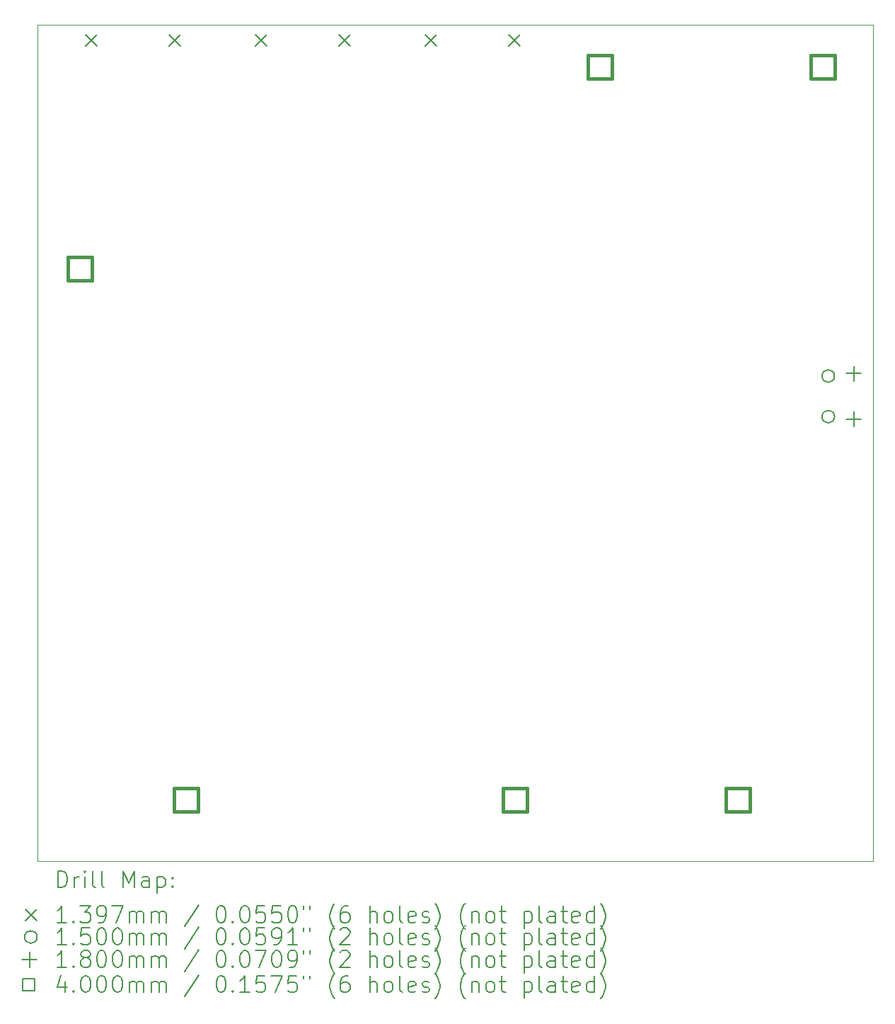
<source format=gbr>
%TF.GenerationSoftware,KiCad,Pcbnew,7.0.1*%
%TF.CreationDate,2023-04-14T15:47:10-04:00*%
%TF.ProjectId,ArpeggiatorV1.1,41727065-6767-4696-9174-6f7256312e31,rev?*%
%TF.SameCoordinates,Original*%
%TF.FileFunction,Drillmap*%
%TF.FilePolarity,Positive*%
%FSLAX45Y45*%
G04 Gerber Fmt 4.5, Leading zero omitted, Abs format (unit mm)*
G04 Created by KiCad (PCBNEW 7.0.1) date 2023-04-14 15:47:10*
%MOMM*%
%LPD*%
G01*
G04 APERTURE LIST*
%ADD10C,0.100000*%
%ADD11C,0.200000*%
%ADD12C,0.139700*%
%ADD13C,0.150000*%
%ADD14C,0.180000*%
%ADD15C,0.400000*%
G04 APERTURE END LIST*
D10*
X3556000Y-3556000D02*
X13556000Y-3556000D01*
X13556000Y-13556000D01*
X3556000Y-13556000D01*
X3556000Y-3556000D01*
D11*
D12*
X4129024Y-3675380D02*
X4268724Y-3815080D01*
X4268724Y-3675380D02*
X4129024Y-3815080D01*
X5129276Y-3675380D02*
X5268976Y-3815080D01*
X5268976Y-3675380D02*
X5129276Y-3815080D01*
X6161024Y-3675380D02*
X6300724Y-3815080D01*
X6300724Y-3675380D02*
X6161024Y-3815080D01*
X7161276Y-3675380D02*
X7300976Y-3815080D01*
X7300976Y-3675380D02*
X7161276Y-3815080D01*
X8193024Y-3675380D02*
X8332724Y-3815080D01*
X8332724Y-3675380D02*
X8193024Y-3815080D01*
X9193276Y-3675380D02*
X9332976Y-3815080D01*
X9332976Y-3675380D02*
X9193276Y-3815080D01*
D13*
X13094000Y-7758500D02*
G75*
G03*
X13094000Y-7758500I-75000J0D01*
G01*
X13094000Y-8243500D02*
G75*
G03*
X13094000Y-8243500I-75000J0D01*
G01*
D14*
X13322000Y-7638500D02*
X13322000Y-7818500D01*
X13232000Y-7728500D02*
X13412000Y-7728500D01*
X13322000Y-8183500D02*
X13322000Y-8363500D01*
X13232000Y-8273500D02*
X13412000Y-8273500D01*
D15*
X4205423Y-6618423D02*
X4205423Y-6335577D01*
X3922577Y-6335577D01*
X3922577Y-6618423D01*
X4205423Y-6618423D01*
X5475423Y-12968423D02*
X5475423Y-12685577D01*
X5192577Y-12685577D01*
X5192577Y-12968423D01*
X5475423Y-12968423D01*
X9412423Y-12968423D02*
X9412423Y-12685577D01*
X9129577Y-12685577D01*
X9129577Y-12968423D01*
X9412423Y-12968423D01*
X10428423Y-4205423D02*
X10428423Y-3922577D01*
X10145577Y-3922577D01*
X10145577Y-4205423D01*
X10428423Y-4205423D01*
X12079423Y-12968423D02*
X12079423Y-12685577D01*
X11796577Y-12685577D01*
X11796577Y-12968423D01*
X12079423Y-12968423D01*
X13095423Y-4205423D02*
X13095423Y-3922577D01*
X12812577Y-3922577D01*
X12812577Y-4205423D01*
X13095423Y-4205423D01*
D11*
X3798619Y-13873524D02*
X3798619Y-13673524D01*
X3798619Y-13673524D02*
X3846238Y-13673524D01*
X3846238Y-13673524D02*
X3874809Y-13683048D01*
X3874809Y-13683048D02*
X3893857Y-13702095D01*
X3893857Y-13702095D02*
X3903381Y-13721143D01*
X3903381Y-13721143D02*
X3912905Y-13759238D01*
X3912905Y-13759238D02*
X3912905Y-13787809D01*
X3912905Y-13787809D02*
X3903381Y-13825905D01*
X3903381Y-13825905D02*
X3893857Y-13844952D01*
X3893857Y-13844952D02*
X3874809Y-13864000D01*
X3874809Y-13864000D02*
X3846238Y-13873524D01*
X3846238Y-13873524D02*
X3798619Y-13873524D01*
X3998619Y-13873524D02*
X3998619Y-13740190D01*
X3998619Y-13778286D02*
X4008143Y-13759238D01*
X4008143Y-13759238D02*
X4017667Y-13749714D01*
X4017667Y-13749714D02*
X4036714Y-13740190D01*
X4036714Y-13740190D02*
X4055762Y-13740190D01*
X4122428Y-13873524D02*
X4122428Y-13740190D01*
X4122428Y-13673524D02*
X4112905Y-13683048D01*
X4112905Y-13683048D02*
X4122428Y-13692571D01*
X4122428Y-13692571D02*
X4131952Y-13683048D01*
X4131952Y-13683048D02*
X4122428Y-13673524D01*
X4122428Y-13673524D02*
X4122428Y-13692571D01*
X4246238Y-13873524D02*
X4227190Y-13864000D01*
X4227190Y-13864000D02*
X4217667Y-13844952D01*
X4217667Y-13844952D02*
X4217667Y-13673524D01*
X4351000Y-13873524D02*
X4331952Y-13864000D01*
X4331952Y-13864000D02*
X4322429Y-13844952D01*
X4322429Y-13844952D02*
X4322429Y-13673524D01*
X4579571Y-13873524D02*
X4579571Y-13673524D01*
X4579571Y-13673524D02*
X4646238Y-13816381D01*
X4646238Y-13816381D02*
X4712905Y-13673524D01*
X4712905Y-13673524D02*
X4712905Y-13873524D01*
X4893857Y-13873524D02*
X4893857Y-13768762D01*
X4893857Y-13768762D02*
X4884333Y-13749714D01*
X4884333Y-13749714D02*
X4865286Y-13740190D01*
X4865286Y-13740190D02*
X4827190Y-13740190D01*
X4827190Y-13740190D02*
X4808143Y-13749714D01*
X4893857Y-13864000D02*
X4874810Y-13873524D01*
X4874810Y-13873524D02*
X4827190Y-13873524D01*
X4827190Y-13873524D02*
X4808143Y-13864000D01*
X4808143Y-13864000D02*
X4798619Y-13844952D01*
X4798619Y-13844952D02*
X4798619Y-13825905D01*
X4798619Y-13825905D02*
X4808143Y-13806857D01*
X4808143Y-13806857D02*
X4827190Y-13797333D01*
X4827190Y-13797333D02*
X4874810Y-13797333D01*
X4874810Y-13797333D02*
X4893857Y-13787809D01*
X4989095Y-13740190D02*
X4989095Y-13940190D01*
X4989095Y-13749714D02*
X5008143Y-13740190D01*
X5008143Y-13740190D02*
X5046238Y-13740190D01*
X5046238Y-13740190D02*
X5065286Y-13749714D01*
X5065286Y-13749714D02*
X5074810Y-13759238D01*
X5074810Y-13759238D02*
X5084333Y-13778286D01*
X5084333Y-13778286D02*
X5084333Y-13835428D01*
X5084333Y-13835428D02*
X5074810Y-13854476D01*
X5074810Y-13854476D02*
X5065286Y-13864000D01*
X5065286Y-13864000D02*
X5046238Y-13873524D01*
X5046238Y-13873524D02*
X5008143Y-13873524D01*
X5008143Y-13873524D02*
X4989095Y-13864000D01*
X5170048Y-13854476D02*
X5179571Y-13864000D01*
X5179571Y-13864000D02*
X5170048Y-13873524D01*
X5170048Y-13873524D02*
X5160524Y-13864000D01*
X5160524Y-13864000D02*
X5170048Y-13854476D01*
X5170048Y-13854476D02*
X5170048Y-13873524D01*
X5170048Y-13749714D02*
X5179571Y-13759238D01*
X5179571Y-13759238D02*
X5170048Y-13768762D01*
X5170048Y-13768762D02*
X5160524Y-13759238D01*
X5160524Y-13759238D02*
X5170048Y-13749714D01*
X5170048Y-13749714D02*
X5170048Y-13768762D01*
D12*
X3411300Y-14131150D02*
X3551000Y-14270850D01*
X3551000Y-14131150D02*
X3411300Y-14270850D01*
D11*
X3903381Y-14293524D02*
X3789095Y-14293524D01*
X3846238Y-14293524D02*
X3846238Y-14093524D01*
X3846238Y-14093524D02*
X3827190Y-14122095D01*
X3827190Y-14122095D02*
X3808143Y-14141143D01*
X3808143Y-14141143D02*
X3789095Y-14150667D01*
X3989095Y-14274476D02*
X3998619Y-14284000D01*
X3998619Y-14284000D02*
X3989095Y-14293524D01*
X3989095Y-14293524D02*
X3979571Y-14284000D01*
X3979571Y-14284000D02*
X3989095Y-14274476D01*
X3989095Y-14274476D02*
X3989095Y-14293524D01*
X4065286Y-14093524D02*
X4189095Y-14093524D01*
X4189095Y-14093524D02*
X4122428Y-14169714D01*
X4122428Y-14169714D02*
X4151000Y-14169714D01*
X4151000Y-14169714D02*
X4170048Y-14179238D01*
X4170048Y-14179238D02*
X4179571Y-14188762D01*
X4179571Y-14188762D02*
X4189095Y-14207809D01*
X4189095Y-14207809D02*
X4189095Y-14255428D01*
X4189095Y-14255428D02*
X4179571Y-14274476D01*
X4179571Y-14274476D02*
X4170048Y-14284000D01*
X4170048Y-14284000D02*
X4151000Y-14293524D01*
X4151000Y-14293524D02*
X4093857Y-14293524D01*
X4093857Y-14293524D02*
X4074809Y-14284000D01*
X4074809Y-14284000D02*
X4065286Y-14274476D01*
X4284333Y-14293524D02*
X4322429Y-14293524D01*
X4322429Y-14293524D02*
X4341476Y-14284000D01*
X4341476Y-14284000D02*
X4351000Y-14274476D01*
X4351000Y-14274476D02*
X4370048Y-14245905D01*
X4370048Y-14245905D02*
X4379571Y-14207809D01*
X4379571Y-14207809D02*
X4379571Y-14131619D01*
X4379571Y-14131619D02*
X4370048Y-14112571D01*
X4370048Y-14112571D02*
X4360524Y-14103048D01*
X4360524Y-14103048D02*
X4341476Y-14093524D01*
X4341476Y-14093524D02*
X4303381Y-14093524D01*
X4303381Y-14093524D02*
X4284333Y-14103048D01*
X4284333Y-14103048D02*
X4274810Y-14112571D01*
X4274810Y-14112571D02*
X4265286Y-14131619D01*
X4265286Y-14131619D02*
X4265286Y-14179238D01*
X4265286Y-14179238D02*
X4274810Y-14198286D01*
X4274810Y-14198286D02*
X4284333Y-14207809D01*
X4284333Y-14207809D02*
X4303381Y-14217333D01*
X4303381Y-14217333D02*
X4341476Y-14217333D01*
X4341476Y-14217333D02*
X4360524Y-14207809D01*
X4360524Y-14207809D02*
X4370048Y-14198286D01*
X4370048Y-14198286D02*
X4379571Y-14179238D01*
X4446238Y-14093524D02*
X4579571Y-14093524D01*
X4579571Y-14093524D02*
X4493857Y-14293524D01*
X4655762Y-14293524D02*
X4655762Y-14160190D01*
X4655762Y-14179238D02*
X4665286Y-14169714D01*
X4665286Y-14169714D02*
X4684333Y-14160190D01*
X4684333Y-14160190D02*
X4712905Y-14160190D01*
X4712905Y-14160190D02*
X4731952Y-14169714D01*
X4731952Y-14169714D02*
X4741476Y-14188762D01*
X4741476Y-14188762D02*
X4741476Y-14293524D01*
X4741476Y-14188762D02*
X4751000Y-14169714D01*
X4751000Y-14169714D02*
X4770048Y-14160190D01*
X4770048Y-14160190D02*
X4798619Y-14160190D01*
X4798619Y-14160190D02*
X4817667Y-14169714D01*
X4817667Y-14169714D02*
X4827191Y-14188762D01*
X4827191Y-14188762D02*
X4827191Y-14293524D01*
X4922429Y-14293524D02*
X4922429Y-14160190D01*
X4922429Y-14179238D02*
X4931952Y-14169714D01*
X4931952Y-14169714D02*
X4951000Y-14160190D01*
X4951000Y-14160190D02*
X4979572Y-14160190D01*
X4979572Y-14160190D02*
X4998619Y-14169714D01*
X4998619Y-14169714D02*
X5008143Y-14188762D01*
X5008143Y-14188762D02*
X5008143Y-14293524D01*
X5008143Y-14188762D02*
X5017667Y-14169714D01*
X5017667Y-14169714D02*
X5036714Y-14160190D01*
X5036714Y-14160190D02*
X5065286Y-14160190D01*
X5065286Y-14160190D02*
X5084333Y-14169714D01*
X5084333Y-14169714D02*
X5093857Y-14188762D01*
X5093857Y-14188762D02*
X5093857Y-14293524D01*
X5484333Y-14084000D02*
X5312905Y-14341143D01*
X5741476Y-14093524D02*
X5760524Y-14093524D01*
X5760524Y-14093524D02*
X5779572Y-14103048D01*
X5779572Y-14103048D02*
X5789095Y-14112571D01*
X5789095Y-14112571D02*
X5798619Y-14131619D01*
X5798619Y-14131619D02*
X5808143Y-14169714D01*
X5808143Y-14169714D02*
X5808143Y-14217333D01*
X5808143Y-14217333D02*
X5798619Y-14255428D01*
X5798619Y-14255428D02*
X5789095Y-14274476D01*
X5789095Y-14274476D02*
X5779572Y-14284000D01*
X5779572Y-14284000D02*
X5760524Y-14293524D01*
X5760524Y-14293524D02*
X5741476Y-14293524D01*
X5741476Y-14293524D02*
X5722429Y-14284000D01*
X5722429Y-14284000D02*
X5712905Y-14274476D01*
X5712905Y-14274476D02*
X5703381Y-14255428D01*
X5703381Y-14255428D02*
X5693857Y-14217333D01*
X5693857Y-14217333D02*
X5693857Y-14169714D01*
X5693857Y-14169714D02*
X5703381Y-14131619D01*
X5703381Y-14131619D02*
X5712905Y-14112571D01*
X5712905Y-14112571D02*
X5722429Y-14103048D01*
X5722429Y-14103048D02*
X5741476Y-14093524D01*
X5893857Y-14274476D02*
X5903381Y-14284000D01*
X5903381Y-14284000D02*
X5893857Y-14293524D01*
X5893857Y-14293524D02*
X5884333Y-14284000D01*
X5884333Y-14284000D02*
X5893857Y-14274476D01*
X5893857Y-14274476D02*
X5893857Y-14293524D01*
X6027191Y-14093524D02*
X6046238Y-14093524D01*
X6046238Y-14093524D02*
X6065286Y-14103048D01*
X6065286Y-14103048D02*
X6074810Y-14112571D01*
X6074810Y-14112571D02*
X6084333Y-14131619D01*
X6084333Y-14131619D02*
X6093857Y-14169714D01*
X6093857Y-14169714D02*
X6093857Y-14217333D01*
X6093857Y-14217333D02*
X6084333Y-14255428D01*
X6084333Y-14255428D02*
X6074810Y-14274476D01*
X6074810Y-14274476D02*
X6065286Y-14284000D01*
X6065286Y-14284000D02*
X6046238Y-14293524D01*
X6046238Y-14293524D02*
X6027191Y-14293524D01*
X6027191Y-14293524D02*
X6008143Y-14284000D01*
X6008143Y-14284000D02*
X5998619Y-14274476D01*
X5998619Y-14274476D02*
X5989095Y-14255428D01*
X5989095Y-14255428D02*
X5979572Y-14217333D01*
X5979572Y-14217333D02*
X5979572Y-14169714D01*
X5979572Y-14169714D02*
X5989095Y-14131619D01*
X5989095Y-14131619D02*
X5998619Y-14112571D01*
X5998619Y-14112571D02*
X6008143Y-14103048D01*
X6008143Y-14103048D02*
X6027191Y-14093524D01*
X6274810Y-14093524D02*
X6179572Y-14093524D01*
X6179572Y-14093524D02*
X6170048Y-14188762D01*
X6170048Y-14188762D02*
X6179572Y-14179238D01*
X6179572Y-14179238D02*
X6198619Y-14169714D01*
X6198619Y-14169714D02*
X6246238Y-14169714D01*
X6246238Y-14169714D02*
X6265286Y-14179238D01*
X6265286Y-14179238D02*
X6274810Y-14188762D01*
X6274810Y-14188762D02*
X6284333Y-14207809D01*
X6284333Y-14207809D02*
X6284333Y-14255428D01*
X6284333Y-14255428D02*
X6274810Y-14274476D01*
X6274810Y-14274476D02*
X6265286Y-14284000D01*
X6265286Y-14284000D02*
X6246238Y-14293524D01*
X6246238Y-14293524D02*
X6198619Y-14293524D01*
X6198619Y-14293524D02*
X6179572Y-14284000D01*
X6179572Y-14284000D02*
X6170048Y-14274476D01*
X6465286Y-14093524D02*
X6370048Y-14093524D01*
X6370048Y-14093524D02*
X6360524Y-14188762D01*
X6360524Y-14188762D02*
X6370048Y-14179238D01*
X6370048Y-14179238D02*
X6389095Y-14169714D01*
X6389095Y-14169714D02*
X6436714Y-14169714D01*
X6436714Y-14169714D02*
X6455762Y-14179238D01*
X6455762Y-14179238D02*
X6465286Y-14188762D01*
X6465286Y-14188762D02*
X6474810Y-14207809D01*
X6474810Y-14207809D02*
X6474810Y-14255428D01*
X6474810Y-14255428D02*
X6465286Y-14274476D01*
X6465286Y-14274476D02*
X6455762Y-14284000D01*
X6455762Y-14284000D02*
X6436714Y-14293524D01*
X6436714Y-14293524D02*
X6389095Y-14293524D01*
X6389095Y-14293524D02*
X6370048Y-14284000D01*
X6370048Y-14284000D02*
X6360524Y-14274476D01*
X6598619Y-14093524D02*
X6617667Y-14093524D01*
X6617667Y-14093524D02*
X6636714Y-14103048D01*
X6636714Y-14103048D02*
X6646238Y-14112571D01*
X6646238Y-14112571D02*
X6655762Y-14131619D01*
X6655762Y-14131619D02*
X6665286Y-14169714D01*
X6665286Y-14169714D02*
X6665286Y-14217333D01*
X6665286Y-14217333D02*
X6655762Y-14255428D01*
X6655762Y-14255428D02*
X6646238Y-14274476D01*
X6646238Y-14274476D02*
X6636714Y-14284000D01*
X6636714Y-14284000D02*
X6617667Y-14293524D01*
X6617667Y-14293524D02*
X6598619Y-14293524D01*
X6598619Y-14293524D02*
X6579572Y-14284000D01*
X6579572Y-14284000D02*
X6570048Y-14274476D01*
X6570048Y-14274476D02*
X6560524Y-14255428D01*
X6560524Y-14255428D02*
X6551000Y-14217333D01*
X6551000Y-14217333D02*
X6551000Y-14169714D01*
X6551000Y-14169714D02*
X6560524Y-14131619D01*
X6560524Y-14131619D02*
X6570048Y-14112571D01*
X6570048Y-14112571D02*
X6579572Y-14103048D01*
X6579572Y-14103048D02*
X6598619Y-14093524D01*
X6741476Y-14093524D02*
X6741476Y-14131619D01*
X6817667Y-14093524D02*
X6817667Y-14131619D01*
X7112905Y-14369714D02*
X7103381Y-14360190D01*
X7103381Y-14360190D02*
X7084334Y-14331619D01*
X7084334Y-14331619D02*
X7074810Y-14312571D01*
X7074810Y-14312571D02*
X7065286Y-14284000D01*
X7065286Y-14284000D02*
X7055762Y-14236381D01*
X7055762Y-14236381D02*
X7055762Y-14198286D01*
X7055762Y-14198286D02*
X7065286Y-14150667D01*
X7065286Y-14150667D02*
X7074810Y-14122095D01*
X7074810Y-14122095D02*
X7084334Y-14103048D01*
X7084334Y-14103048D02*
X7103381Y-14074476D01*
X7103381Y-14074476D02*
X7112905Y-14064952D01*
X7274810Y-14093524D02*
X7236714Y-14093524D01*
X7236714Y-14093524D02*
X7217667Y-14103048D01*
X7217667Y-14103048D02*
X7208143Y-14112571D01*
X7208143Y-14112571D02*
X7189095Y-14141143D01*
X7189095Y-14141143D02*
X7179572Y-14179238D01*
X7179572Y-14179238D02*
X7179572Y-14255428D01*
X7179572Y-14255428D02*
X7189095Y-14274476D01*
X7189095Y-14274476D02*
X7198619Y-14284000D01*
X7198619Y-14284000D02*
X7217667Y-14293524D01*
X7217667Y-14293524D02*
X7255762Y-14293524D01*
X7255762Y-14293524D02*
X7274810Y-14284000D01*
X7274810Y-14284000D02*
X7284334Y-14274476D01*
X7284334Y-14274476D02*
X7293857Y-14255428D01*
X7293857Y-14255428D02*
X7293857Y-14207809D01*
X7293857Y-14207809D02*
X7284334Y-14188762D01*
X7284334Y-14188762D02*
X7274810Y-14179238D01*
X7274810Y-14179238D02*
X7255762Y-14169714D01*
X7255762Y-14169714D02*
X7217667Y-14169714D01*
X7217667Y-14169714D02*
X7198619Y-14179238D01*
X7198619Y-14179238D02*
X7189095Y-14188762D01*
X7189095Y-14188762D02*
X7179572Y-14207809D01*
X7531953Y-14293524D02*
X7531953Y-14093524D01*
X7617667Y-14293524D02*
X7617667Y-14188762D01*
X7617667Y-14188762D02*
X7608143Y-14169714D01*
X7608143Y-14169714D02*
X7589096Y-14160190D01*
X7589096Y-14160190D02*
X7560524Y-14160190D01*
X7560524Y-14160190D02*
X7541476Y-14169714D01*
X7541476Y-14169714D02*
X7531953Y-14179238D01*
X7741476Y-14293524D02*
X7722429Y-14284000D01*
X7722429Y-14284000D02*
X7712905Y-14274476D01*
X7712905Y-14274476D02*
X7703381Y-14255428D01*
X7703381Y-14255428D02*
X7703381Y-14198286D01*
X7703381Y-14198286D02*
X7712905Y-14179238D01*
X7712905Y-14179238D02*
X7722429Y-14169714D01*
X7722429Y-14169714D02*
X7741476Y-14160190D01*
X7741476Y-14160190D02*
X7770048Y-14160190D01*
X7770048Y-14160190D02*
X7789096Y-14169714D01*
X7789096Y-14169714D02*
X7798619Y-14179238D01*
X7798619Y-14179238D02*
X7808143Y-14198286D01*
X7808143Y-14198286D02*
X7808143Y-14255428D01*
X7808143Y-14255428D02*
X7798619Y-14274476D01*
X7798619Y-14274476D02*
X7789096Y-14284000D01*
X7789096Y-14284000D02*
X7770048Y-14293524D01*
X7770048Y-14293524D02*
X7741476Y-14293524D01*
X7922429Y-14293524D02*
X7903381Y-14284000D01*
X7903381Y-14284000D02*
X7893857Y-14264952D01*
X7893857Y-14264952D02*
X7893857Y-14093524D01*
X8074810Y-14284000D02*
X8055762Y-14293524D01*
X8055762Y-14293524D02*
X8017667Y-14293524D01*
X8017667Y-14293524D02*
X7998619Y-14284000D01*
X7998619Y-14284000D02*
X7989096Y-14264952D01*
X7989096Y-14264952D02*
X7989096Y-14188762D01*
X7989096Y-14188762D02*
X7998619Y-14169714D01*
X7998619Y-14169714D02*
X8017667Y-14160190D01*
X8017667Y-14160190D02*
X8055762Y-14160190D01*
X8055762Y-14160190D02*
X8074810Y-14169714D01*
X8074810Y-14169714D02*
X8084334Y-14188762D01*
X8084334Y-14188762D02*
X8084334Y-14207809D01*
X8084334Y-14207809D02*
X7989096Y-14226857D01*
X8160524Y-14284000D02*
X8179572Y-14293524D01*
X8179572Y-14293524D02*
X8217667Y-14293524D01*
X8217667Y-14293524D02*
X8236715Y-14284000D01*
X8236715Y-14284000D02*
X8246238Y-14264952D01*
X8246238Y-14264952D02*
X8246238Y-14255428D01*
X8246238Y-14255428D02*
X8236715Y-14236381D01*
X8236715Y-14236381D02*
X8217667Y-14226857D01*
X8217667Y-14226857D02*
X8189096Y-14226857D01*
X8189096Y-14226857D02*
X8170048Y-14217333D01*
X8170048Y-14217333D02*
X8160524Y-14198286D01*
X8160524Y-14198286D02*
X8160524Y-14188762D01*
X8160524Y-14188762D02*
X8170048Y-14169714D01*
X8170048Y-14169714D02*
X8189096Y-14160190D01*
X8189096Y-14160190D02*
X8217667Y-14160190D01*
X8217667Y-14160190D02*
X8236715Y-14169714D01*
X8312905Y-14369714D02*
X8322429Y-14360190D01*
X8322429Y-14360190D02*
X8341477Y-14331619D01*
X8341477Y-14331619D02*
X8351000Y-14312571D01*
X8351000Y-14312571D02*
X8360524Y-14284000D01*
X8360524Y-14284000D02*
X8370048Y-14236381D01*
X8370048Y-14236381D02*
X8370048Y-14198286D01*
X8370048Y-14198286D02*
X8360524Y-14150667D01*
X8360524Y-14150667D02*
X8351000Y-14122095D01*
X8351000Y-14122095D02*
X8341477Y-14103048D01*
X8341477Y-14103048D02*
X8322429Y-14074476D01*
X8322429Y-14074476D02*
X8312905Y-14064952D01*
X8674810Y-14369714D02*
X8665286Y-14360190D01*
X8665286Y-14360190D02*
X8646239Y-14331619D01*
X8646239Y-14331619D02*
X8636715Y-14312571D01*
X8636715Y-14312571D02*
X8627191Y-14284000D01*
X8627191Y-14284000D02*
X8617667Y-14236381D01*
X8617667Y-14236381D02*
X8617667Y-14198286D01*
X8617667Y-14198286D02*
X8627191Y-14150667D01*
X8627191Y-14150667D02*
X8636715Y-14122095D01*
X8636715Y-14122095D02*
X8646239Y-14103048D01*
X8646239Y-14103048D02*
X8665286Y-14074476D01*
X8665286Y-14074476D02*
X8674810Y-14064952D01*
X8751000Y-14160190D02*
X8751000Y-14293524D01*
X8751000Y-14179238D02*
X8760524Y-14169714D01*
X8760524Y-14169714D02*
X8779572Y-14160190D01*
X8779572Y-14160190D02*
X8808143Y-14160190D01*
X8808143Y-14160190D02*
X8827191Y-14169714D01*
X8827191Y-14169714D02*
X8836715Y-14188762D01*
X8836715Y-14188762D02*
X8836715Y-14293524D01*
X8960524Y-14293524D02*
X8941477Y-14284000D01*
X8941477Y-14284000D02*
X8931953Y-14274476D01*
X8931953Y-14274476D02*
X8922429Y-14255428D01*
X8922429Y-14255428D02*
X8922429Y-14198286D01*
X8922429Y-14198286D02*
X8931953Y-14179238D01*
X8931953Y-14179238D02*
X8941477Y-14169714D01*
X8941477Y-14169714D02*
X8960524Y-14160190D01*
X8960524Y-14160190D02*
X8989096Y-14160190D01*
X8989096Y-14160190D02*
X9008143Y-14169714D01*
X9008143Y-14169714D02*
X9017667Y-14179238D01*
X9017667Y-14179238D02*
X9027191Y-14198286D01*
X9027191Y-14198286D02*
X9027191Y-14255428D01*
X9027191Y-14255428D02*
X9017667Y-14274476D01*
X9017667Y-14274476D02*
X9008143Y-14284000D01*
X9008143Y-14284000D02*
X8989096Y-14293524D01*
X8989096Y-14293524D02*
X8960524Y-14293524D01*
X9084334Y-14160190D02*
X9160524Y-14160190D01*
X9112905Y-14093524D02*
X9112905Y-14264952D01*
X9112905Y-14264952D02*
X9122429Y-14284000D01*
X9122429Y-14284000D02*
X9141477Y-14293524D01*
X9141477Y-14293524D02*
X9160524Y-14293524D01*
X9379572Y-14160190D02*
X9379572Y-14360190D01*
X9379572Y-14169714D02*
X9398620Y-14160190D01*
X9398620Y-14160190D02*
X9436715Y-14160190D01*
X9436715Y-14160190D02*
X9455762Y-14169714D01*
X9455762Y-14169714D02*
X9465286Y-14179238D01*
X9465286Y-14179238D02*
X9474810Y-14198286D01*
X9474810Y-14198286D02*
X9474810Y-14255428D01*
X9474810Y-14255428D02*
X9465286Y-14274476D01*
X9465286Y-14274476D02*
X9455762Y-14284000D01*
X9455762Y-14284000D02*
X9436715Y-14293524D01*
X9436715Y-14293524D02*
X9398620Y-14293524D01*
X9398620Y-14293524D02*
X9379572Y-14284000D01*
X9589096Y-14293524D02*
X9570048Y-14284000D01*
X9570048Y-14284000D02*
X9560524Y-14264952D01*
X9560524Y-14264952D02*
X9560524Y-14093524D01*
X9751001Y-14293524D02*
X9751001Y-14188762D01*
X9751001Y-14188762D02*
X9741477Y-14169714D01*
X9741477Y-14169714D02*
X9722429Y-14160190D01*
X9722429Y-14160190D02*
X9684334Y-14160190D01*
X9684334Y-14160190D02*
X9665286Y-14169714D01*
X9751001Y-14284000D02*
X9731953Y-14293524D01*
X9731953Y-14293524D02*
X9684334Y-14293524D01*
X9684334Y-14293524D02*
X9665286Y-14284000D01*
X9665286Y-14284000D02*
X9655762Y-14264952D01*
X9655762Y-14264952D02*
X9655762Y-14245905D01*
X9655762Y-14245905D02*
X9665286Y-14226857D01*
X9665286Y-14226857D02*
X9684334Y-14217333D01*
X9684334Y-14217333D02*
X9731953Y-14217333D01*
X9731953Y-14217333D02*
X9751001Y-14207809D01*
X9817667Y-14160190D02*
X9893858Y-14160190D01*
X9846239Y-14093524D02*
X9846239Y-14264952D01*
X9846239Y-14264952D02*
X9855762Y-14284000D01*
X9855762Y-14284000D02*
X9874810Y-14293524D01*
X9874810Y-14293524D02*
X9893858Y-14293524D01*
X10036715Y-14284000D02*
X10017667Y-14293524D01*
X10017667Y-14293524D02*
X9979572Y-14293524D01*
X9979572Y-14293524D02*
X9960524Y-14284000D01*
X9960524Y-14284000D02*
X9951001Y-14264952D01*
X9951001Y-14264952D02*
X9951001Y-14188762D01*
X9951001Y-14188762D02*
X9960524Y-14169714D01*
X9960524Y-14169714D02*
X9979572Y-14160190D01*
X9979572Y-14160190D02*
X10017667Y-14160190D01*
X10017667Y-14160190D02*
X10036715Y-14169714D01*
X10036715Y-14169714D02*
X10046239Y-14188762D01*
X10046239Y-14188762D02*
X10046239Y-14207809D01*
X10046239Y-14207809D02*
X9951001Y-14226857D01*
X10217667Y-14293524D02*
X10217667Y-14093524D01*
X10217667Y-14284000D02*
X10198620Y-14293524D01*
X10198620Y-14293524D02*
X10160524Y-14293524D01*
X10160524Y-14293524D02*
X10141477Y-14284000D01*
X10141477Y-14284000D02*
X10131953Y-14274476D01*
X10131953Y-14274476D02*
X10122429Y-14255428D01*
X10122429Y-14255428D02*
X10122429Y-14198286D01*
X10122429Y-14198286D02*
X10131953Y-14179238D01*
X10131953Y-14179238D02*
X10141477Y-14169714D01*
X10141477Y-14169714D02*
X10160524Y-14160190D01*
X10160524Y-14160190D02*
X10198620Y-14160190D01*
X10198620Y-14160190D02*
X10217667Y-14169714D01*
X10293858Y-14369714D02*
X10303382Y-14360190D01*
X10303382Y-14360190D02*
X10322429Y-14331619D01*
X10322429Y-14331619D02*
X10331953Y-14312571D01*
X10331953Y-14312571D02*
X10341477Y-14284000D01*
X10341477Y-14284000D02*
X10351001Y-14236381D01*
X10351001Y-14236381D02*
X10351001Y-14198286D01*
X10351001Y-14198286D02*
X10341477Y-14150667D01*
X10341477Y-14150667D02*
X10331953Y-14122095D01*
X10331953Y-14122095D02*
X10322429Y-14103048D01*
X10322429Y-14103048D02*
X10303382Y-14074476D01*
X10303382Y-14074476D02*
X10293858Y-14064952D01*
D13*
X3551000Y-14465000D02*
G75*
G03*
X3551000Y-14465000I-75000J0D01*
G01*
D11*
X3903381Y-14557524D02*
X3789095Y-14557524D01*
X3846238Y-14557524D02*
X3846238Y-14357524D01*
X3846238Y-14357524D02*
X3827190Y-14386095D01*
X3827190Y-14386095D02*
X3808143Y-14405143D01*
X3808143Y-14405143D02*
X3789095Y-14414667D01*
X3989095Y-14538476D02*
X3998619Y-14548000D01*
X3998619Y-14548000D02*
X3989095Y-14557524D01*
X3989095Y-14557524D02*
X3979571Y-14548000D01*
X3979571Y-14548000D02*
X3989095Y-14538476D01*
X3989095Y-14538476D02*
X3989095Y-14557524D01*
X4179571Y-14357524D02*
X4084333Y-14357524D01*
X4084333Y-14357524D02*
X4074809Y-14452762D01*
X4074809Y-14452762D02*
X4084333Y-14443238D01*
X4084333Y-14443238D02*
X4103381Y-14433714D01*
X4103381Y-14433714D02*
X4151000Y-14433714D01*
X4151000Y-14433714D02*
X4170048Y-14443238D01*
X4170048Y-14443238D02*
X4179571Y-14452762D01*
X4179571Y-14452762D02*
X4189095Y-14471809D01*
X4189095Y-14471809D02*
X4189095Y-14519428D01*
X4189095Y-14519428D02*
X4179571Y-14538476D01*
X4179571Y-14538476D02*
X4170048Y-14548000D01*
X4170048Y-14548000D02*
X4151000Y-14557524D01*
X4151000Y-14557524D02*
X4103381Y-14557524D01*
X4103381Y-14557524D02*
X4084333Y-14548000D01*
X4084333Y-14548000D02*
X4074809Y-14538476D01*
X4312905Y-14357524D02*
X4331952Y-14357524D01*
X4331952Y-14357524D02*
X4351000Y-14367048D01*
X4351000Y-14367048D02*
X4360524Y-14376571D01*
X4360524Y-14376571D02*
X4370048Y-14395619D01*
X4370048Y-14395619D02*
X4379571Y-14433714D01*
X4379571Y-14433714D02*
X4379571Y-14481333D01*
X4379571Y-14481333D02*
X4370048Y-14519428D01*
X4370048Y-14519428D02*
X4360524Y-14538476D01*
X4360524Y-14538476D02*
X4351000Y-14548000D01*
X4351000Y-14548000D02*
X4331952Y-14557524D01*
X4331952Y-14557524D02*
X4312905Y-14557524D01*
X4312905Y-14557524D02*
X4293857Y-14548000D01*
X4293857Y-14548000D02*
X4284333Y-14538476D01*
X4284333Y-14538476D02*
X4274810Y-14519428D01*
X4274810Y-14519428D02*
X4265286Y-14481333D01*
X4265286Y-14481333D02*
X4265286Y-14433714D01*
X4265286Y-14433714D02*
X4274810Y-14395619D01*
X4274810Y-14395619D02*
X4284333Y-14376571D01*
X4284333Y-14376571D02*
X4293857Y-14367048D01*
X4293857Y-14367048D02*
X4312905Y-14357524D01*
X4503381Y-14357524D02*
X4522429Y-14357524D01*
X4522429Y-14357524D02*
X4541476Y-14367048D01*
X4541476Y-14367048D02*
X4551000Y-14376571D01*
X4551000Y-14376571D02*
X4560524Y-14395619D01*
X4560524Y-14395619D02*
X4570048Y-14433714D01*
X4570048Y-14433714D02*
X4570048Y-14481333D01*
X4570048Y-14481333D02*
X4560524Y-14519428D01*
X4560524Y-14519428D02*
X4551000Y-14538476D01*
X4551000Y-14538476D02*
X4541476Y-14548000D01*
X4541476Y-14548000D02*
X4522429Y-14557524D01*
X4522429Y-14557524D02*
X4503381Y-14557524D01*
X4503381Y-14557524D02*
X4484333Y-14548000D01*
X4484333Y-14548000D02*
X4474810Y-14538476D01*
X4474810Y-14538476D02*
X4465286Y-14519428D01*
X4465286Y-14519428D02*
X4455762Y-14481333D01*
X4455762Y-14481333D02*
X4455762Y-14433714D01*
X4455762Y-14433714D02*
X4465286Y-14395619D01*
X4465286Y-14395619D02*
X4474810Y-14376571D01*
X4474810Y-14376571D02*
X4484333Y-14367048D01*
X4484333Y-14367048D02*
X4503381Y-14357524D01*
X4655762Y-14557524D02*
X4655762Y-14424190D01*
X4655762Y-14443238D02*
X4665286Y-14433714D01*
X4665286Y-14433714D02*
X4684333Y-14424190D01*
X4684333Y-14424190D02*
X4712905Y-14424190D01*
X4712905Y-14424190D02*
X4731952Y-14433714D01*
X4731952Y-14433714D02*
X4741476Y-14452762D01*
X4741476Y-14452762D02*
X4741476Y-14557524D01*
X4741476Y-14452762D02*
X4751000Y-14433714D01*
X4751000Y-14433714D02*
X4770048Y-14424190D01*
X4770048Y-14424190D02*
X4798619Y-14424190D01*
X4798619Y-14424190D02*
X4817667Y-14433714D01*
X4817667Y-14433714D02*
X4827191Y-14452762D01*
X4827191Y-14452762D02*
X4827191Y-14557524D01*
X4922429Y-14557524D02*
X4922429Y-14424190D01*
X4922429Y-14443238D02*
X4931952Y-14433714D01*
X4931952Y-14433714D02*
X4951000Y-14424190D01*
X4951000Y-14424190D02*
X4979572Y-14424190D01*
X4979572Y-14424190D02*
X4998619Y-14433714D01*
X4998619Y-14433714D02*
X5008143Y-14452762D01*
X5008143Y-14452762D02*
X5008143Y-14557524D01*
X5008143Y-14452762D02*
X5017667Y-14433714D01*
X5017667Y-14433714D02*
X5036714Y-14424190D01*
X5036714Y-14424190D02*
X5065286Y-14424190D01*
X5065286Y-14424190D02*
X5084333Y-14433714D01*
X5084333Y-14433714D02*
X5093857Y-14452762D01*
X5093857Y-14452762D02*
X5093857Y-14557524D01*
X5484333Y-14348000D02*
X5312905Y-14605143D01*
X5741476Y-14357524D02*
X5760524Y-14357524D01*
X5760524Y-14357524D02*
X5779572Y-14367048D01*
X5779572Y-14367048D02*
X5789095Y-14376571D01*
X5789095Y-14376571D02*
X5798619Y-14395619D01*
X5798619Y-14395619D02*
X5808143Y-14433714D01*
X5808143Y-14433714D02*
X5808143Y-14481333D01*
X5808143Y-14481333D02*
X5798619Y-14519428D01*
X5798619Y-14519428D02*
X5789095Y-14538476D01*
X5789095Y-14538476D02*
X5779572Y-14548000D01*
X5779572Y-14548000D02*
X5760524Y-14557524D01*
X5760524Y-14557524D02*
X5741476Y-14557524D01*
X5741476Y-14557524D02*
X5722429Y-14548000D01*
X5722429Y-14548000D02*
X5712905Y-14538476D01*
X5712905Y-14538476D02*
X5703381Y-14519428D01*
X5703381Y-14519428D02*
X5693857Y-14481333D01*
X5693857Y-14481333D02*
X5693857Y-14433714D01*
X5693857Y-14433714D02*
X5703381Y-14395619D01*
X5703381Y-14395619D02*
X5712905Y-14376571D01*
X5712905Y-14376571D02*
X5722429Y-14367048D01*
X5722429Y-14367048D02*
X5741476Y-14357524D01*
X5893857Y-14538476D02*
X5903381Y-14548000D01*
X5903381Y-14548000D02*
X5893857Y-14557524D01*
X5893857Y-14557524D02*
X5884333Y-14548000D01*
X5884333Y-14548000D02*
X5893857Y-14538476D01*
X5893857Y-14538476D02*
X5893857Y-14557524D01*
X6027191Y-14357524D02*
X6046238Y-14357524D01*
X6046238Y-14357524D02*
X6065286Y-14367048D01*
X6065286Y-14367048D02*
X6074810Y-14376571D01*
X6074810Y-14376571D02*
X6084333Y-14395619D01*
X6084333Y-14395619D02*
X6093857Y-14433714D01*
X6093857Y-14433714D02*
X6093857Y-14481333D01*
X6093857Y-14481333D02*
X6084333Y-14519428D01*
X6084333Y-14519428D02*
X6074810Y-14538476D01*
X6074810Y-14538476D02*
X6065286Y-14548000D01*
X6065286Y-14548000D02*
X6046238Y-14557524D01*
X6046238Y-14557524D02*
X6027191Y-14557524D01*
X6027191Y-14557524D02*
X6008143Y-14548000D01*
X6008143Y-14548000D02*
X5998619Y-14538476D01*
X5998619Y-14538476D02*
X5989095Y-14519428D01*
X5989095Y-14519428D02*
X5979572Y-14481333D01*
X5979572Y-14481333D02*
X5979572Y-14433714D01*
X5979572Y-14433714D02*
X5989095Y-14395619D01*
X5989095Y-14395619D02*
X5998619Y-14376571D01*
X5998619Y-14376571D02*
X6008143Y-14367048D01*
X6008143Y-14367048D02*
X6027191Y-14357524D01*
X6274810Y-14357524D02*
X6179572Y-14357524D01*
X6179572Y-14357524D02*
X6170048Y-14452762D01*
X6170048Y-14452762D02*
X6179572Y-14443238D01*
X6179572Y-14443238D02*
X6198619Y-14433714D01*
X6198619Y-14433714D02*
X6246238Y-14433714D01*
X6246238Y-14433714D02*
X6265286Y-14443238D01*
X6265286Y-14443238D02*
X6274810Y-14452762D01*
X6274810Y-14452762D02*
X6284333Y-14471809D01*
X6284333Y-14471809D02*
X6284333Y-14519428D01*
X6284333Y-14519428D02*
X6274810Y-14538476D01*
X6274810Y-14538476D02*
X6265286Y-14548000D01*
X6265286Y-14548000D02*
X6246238Y-14557524D01*
X6246238Y-14557524D02*
X6198619Y-14557524D01*
X6198619Y-14557524D02*
X6179572Y-14548000D01*
X6179572Y-14548000D02*
X6170048Y-14538476D01*
X6379572Y-14557524D02*
X6417667Y-14557524D01*
X6417667Y-14557524D02*
X6436714Y-14548000D01*
X6436714Y-14548000D02*
X6446238Y-14538476D01*
X6446238Y-14538476D02*
X6465286Y-14509905D01*
X6465286Y-14509905D02*
X6474810Y-14471809D01*
X6474810Y-14471809D02*
X6474810Y-14395619D01*
X6474810Y-14395619D02*
X6465286Y-14376571D01*
X6465286Y-14376571D02*
X6455762Y-14367048D01*
X6455762Y-14367048D02*
X6436714Y-14357524D01*
X6436714Y-14357524D02*
X6398619Y-14357524D01*
X6398619Y-14357524D02*
X6379572Y-14367048D01*
X6379572Y-14367048D02*
X6370048Y-14376571D01*
X6370048Y-14376571D02*
X6360524Y-14395619D01*
X6360524Y-14395619D02*
X6360524Y-14443238D01*
X6360524Y-14443238D02*
X6370048Y-14462286D01*
X6370048Y-14462286D02*
X6379572Y-14471809D01*
X6379572Y-14471809D02*
X6398619Y-14481333D01*
X6398619Y-14481333D02*
X6436714Y-14481333D01*
X6436714Y-14481333D02*
X6455762Y-14471809D01*
X6455762Y-14471809D02*
X6465286Y-14462286D01*
X6465286Y-14462286D02*
X6474810Y-14443238D01*
X6665286Y-14557524D02*
X6551000Y-14557524D01*
X6608143Y-14557524D02*
X6608143Y-14357524D01*
X6608143Y-14357524D02*
X6589095Y-14386095D01*
X6589095Y-14386095D02*
X6570048Y-14405143D01*
X6570048Y-14405143D02*
X6551000Y-14414667D01*
X6741476Y-14357524D02*
X6741476Y-14395619D01*
X6817667Y-14357524D02*
X6817667Y-14395619D01*
X7112905Y-14633714D02*
X7103381Y-14624190D01*
X7103381Y-14624190D02*
X7084334Y-14595619D01*
X7084334Y-14595619D02*
X7074810Y-14576571D01*
X7074810Y-14576571D02*
X7065286Y-14548000D01*
X7065286Y-14548000D02*
X7055762Y-14500381D01*
X7055762Y-14500381D02*
X7055762Y-14462286D01*
X7055762Y-14462286D02*
X7065286Y-14414667D01*
X7065286Y-14414667D02*
X7074810Y-14386095D01*
X7074810Y-14386095D02*
X7084334Y-14367048D01*
X7084334Y-14367048D02*
X7103381Y-14338476D01*
X7103381Y-14338476D02*
X7112905Y-14328952D01*
X7179572Y-14376571D02*
X7189095Y-14367048D01*
X7189095Y-14367048D02*
X7208143Y-14357524D01*
X7208143Y-14357524D02*
X7255762Y-14357524D01*
X7255762Y-14357524D02*
X7274810Y-14367048D01*
X7274810Y-14367048D02*
X7284334Y-14376571D01*
X7284334Y-14376571D02*
X7293857Y-14395619D01*
X7293857Y-14395619D02*
X7293857Y-14414667D01*
X7293857Y-14414667D02*
X7284334Y-14443238D01*
X7284334Y-14443238D02*
X7170048Y-14557524D01*
X7170048Y-14557524D02*
X7293857Y-14557524D01*
X7531953Y-14557524D02*
X7531953Y-14357524D01*
X7617667Y-14557524D02*
X7617667Y-14452762D01*
X7617667Y-14452762D02*
X7608143Y-14433714D01*
X7608143Y-14433714D02*
X7589096Y-14424190D01*
X7589096Y-14424190D02*
X7560524Y-14424190D01*
X7560524Y-14424190D02*
X7541476Y-14433714D01*
X7541476Y-14433714D02*
X7531953Y-14443238D01*
X7741476Y-14557524D02*
X7722429Y-14548000D01*
X7722429Y-14548000D02*
X7712905Y-14538476D01*
X7712905Y-14538476D02*
X7703381Y-14519428D01*
X7703381Y-14519428D02*
X7703381Y-14462286D01*
X7703381Y-14462286D02*
X7712905Y-14443238D01*
X7712905Y-14443238D02*
X7722429Y-14433714D01*
X7722429Y-14433714D02*
X7741476Y-14424190D01*
X7741476Y-14424190D02*
X7770048Y-14424190D01*
X7770048Y-14424190D02*
X7789096Y-14433714D01*
X7789096Y-14433714D02*
X7798619Y-14443238D01*
X7798619Y-14443238D02*
X7808143Y-14462286D01*
X7808143Y-14462286D02*
X7808143Y-14519428D01*
X7808143Y-14519428D02*
X7798619Y-14538476D01*
X7798619Y-14538476D02*
X7789096Y-14548000D01*
X7789096Y-14548000D02*
X7770048Y-14557524D01*
X7770048Y-14557524D02*
X7741476Y-14557524D01*
X7922429Y-14557524D02*
X7903381Y-14548000D01*
X7903381Y-14548000D02*
X7893857Y-14528952D01*
X7893857Y-14528952D02*
X7893857Y-14357524D01*
X8074810Y-14548000D02*
X8055762Y-14557524D01*
X8055762Y-14557524D02*
X8017667Y-14557524D01*
X8017667Y-14557524D02*
X7998619Y-14548000D01*
X7998619Y-14548000D02*
X7989096Y-14528952D01*
X7989096Y-14528952D02*
X7989096Y-14452762D01*
X7989096Y-14452762D02*
X7998619Y-14433714D01*
X7998619Y-14433714D02*
X8017667Y-14424190D01*
X8017667Y-14424190D02*
X8055762Y-14424190D01*
X8055762Y-14424190D02*
X8074810Y-14433714D01*
X8074810Y-14433714D02*
X8084334Y-14452762D01*
X8084334Y-14452762D02*
X8084334Y-14471809D01*
X8084334Y-14471809D02*
X7989096Y-14490857D01*
X8160524Y-14548000D02*
X8179572Y-14557524D01*
X8179572Y-14557524D02*
X8217667Y-14557524D01*
X8217667Y-14557524D02*
X8236715Y-14548000D01*
X8236715Y-14548000D02*
X8246238Y-14528952D01*
X8246238Y-14528952D02*
X8246238Y-14519428D01*
X8246238Y-14519428D02*
X8236715Y-14500381D01*
X8236715Y-14500381D02*
X8217667Y-14490857D01*
X8217667Y-14490857D02*
X8189096Y-14490857D01*
X8189096Y-14490857D02*
X8170048Y-14481333D01*
X8170048Y-14481333D02*
X8160524Y-14462286D01*
X8160524Y-14462286D02*
X8160524Y-14452762D01*
X8160524Y-14452762D02*
X8170048Y-14433714D01*
X8170048Y-14433714D02*
X8189096Y-14424190D01*
X8189096Y-14424190D02*
X8217667Y-14424190D01*
X8217667Y-14424190D02*
X8236715Y-14433714D01*
X8312905Y-14633714D02*
X8322429Y-14624190D01*
X8322429Y-14624190D02*
X8341477Y-14595619D01*
X8341477Y-14595619D02*
X8351000Y-14576571D01*
X8351000Y-14576571D02*
X8360524Y-14548000D01*
X8360524Y-14548000D02*
X8370048Y-14500381D01*
X8370048Y-14500381D02*
X8370048Y-14462286D01*
X8370048Y-14462286D02*
X8360524Y-14414667D01*
X8360524Y-14414667D02*
X8351000Y-14386095D01*
X8351000Y-14386095D02*
X8341477Y-14367048D01*
X8341477Y-14367048D02*
X8322429Y-14338476D01*
X8322429Y-14338476D02*
X8312905Y-14328952D01*
X8674810Y-14633714D02*
X8665286Y-14624190D01*
X8665286Y-14624190D02*
X8646239Y-14595619D01*
X8646239Y-14595619D02*
X8636715Y-14576571D01*
X8636715Y-14576571D02*
X8627191Y-14548000D01*
X8627191Y-14548000D02*
X8617667Y-14500381D01*
X8617667Y-14500381D02*
X8617667Y-14462286D01*
X8617667Y-14462286D02*
X8627191Y-14414667D01*
X8627191Y-14414667D02*
X8636715Y-14386095D01*
X8636715Y-14386095D02*
X8646239Y-14367048D01*
X8646239Y-14367048D02*
X8665286Y-14338476D01*
X8665286Y-14338476D02*
X8674810Y-14328952D01*
X8751000Y-14424190D02*
X8751000Y-14557524D01*
X8751000Y-14443238D02*
X8760524Y-14433714D01*
X8760524Y-14433714D02*
X8779572Y-14424190D01*
X8779572Y-14424190D02*
X8808143Y-14424190D01*
X8808143Y-14424190D02*
X8827191Y-14433714D01*
X8827191Y-14433714D02*
X8836715Y-14452762D01*
X8836715Y-14452762D02*
X8836715Y-14557524D01*
X8960524Y-14557524D02*
X8941477Y-14548000D01*
X8941477Y-14548000D02*
X8931953Y-14538476D01*
X8931953Y-14538476D02*
X8922429Y-14519428D01*
X8922429Y-14519428D02*
X8922429Y-14462286D01*
X8922429Y-14462286D02*
X8931953Y-14443238D01*
X8931953Y-14443238D02*
X8941477Y-14433714D01*
X8941477Y-14433714D02*
X8960524Y-14424190D01*
X8960524Y-14424190D02*
X8989096Y-14424190D01*
X8989096Y-14424190D02*
X9008143Y-14433714D01*
X9008143Y-14433714D02*
X9017667Y-14443238D01*
X9017667Y-14443238D02*
X9027191Y-14462286D01*
X9027191Y-14462286D02*
X9027191Y-14519428D01*
X9027191Y-14519428D02*
X9017667Y-14538476D01*
X9017667Y-14538476D02*
X9008143Y-14548000D01*
X9008143Y-14548000D02*
X8989096Y-14557524D01*
X8989096Y-14557524D02*
X8960524Y-14557524D01*
X9084334Y-14424190D02*
X9160524Y-14424190D01*
X9112905Y-14357524D02*
X9112905Y-14528952D01*
X9112905Y-14528952D02*
X9122429Y-14548000D01*
X9122429Y-14548000D02*
X9141477Y-14557524D01*
X9141477Y-14557524D02*
X9160524Y-14557524D01*
X9379572Y-14424190D02*
X9379572Y-14624190D01*
X9379572Y-14433714D02*
X9398620Y-14424190D01*
X9398620Y-14424190D02*
X9436715Y-14424190D01*
X9436715Y-14424190D02*
X9455762Y-14433714D01*
X9455762Y-14433714D02*
X9465286Y-14443238D01*
X9465286Y-14443238D02*
X9474810Y-14462286D01*
X9474810Y-14462286D02*
X9474810Y-14519428D01*
X9474810Y-14519428D02*
X9465286Y-14538476D01*
X9465286Y-14538476D02*
X9455762Y-14548000D01*
X9455762Y-14548000D02*
X9436715Y-14557524D01*
X9436715Y-14557524D02*
X9398620Y-14557524D01*
X9398620Y-14557524D02*
X9379572Y-14548000D01*
X9589096Y-14557524D02*
X9570048Y-14548000D01*
X9570048Y-14548000D02*
X9560524Y-14528952D01*
X9560524Y-14528952D02*
X9560524Y-14357524D01*
X9751001Y-14557524D02*
X9751001Y-14452762D01*
X9751001Y-14452762D02*
X9741477Y-14433714D01*
X9741477Y-14433714D02*
X9722429Y-14424190D01*
X9722429Y-14424190D02*
X9684334Y-14424190D01*
X9684334Y-14424190D02*
X9665286Y-14433714D01*
X9751001Y-14548000D02*
X9731953Y-14557524D01*
X9731953Y-14557524D02*
X9684334Y-14557524D01*
X9684334Y-14557524D02*
X9665286Y-14548000D01*
X9665286Y-14548000D02*
X9655762Y-14528952D01*
X9655762Y-14528952D02*
X9655762Y-14509905D01*
X9655762Y-14509905D02*
X9665286Y-14490857D01*
X9665286Y-14490857D02*
X9684334Y-14481333D01*
X9684334Y-14481333D02*
X9731953Y-14481333D01*
X9731953Y-14481333D02*
X9751001Y-14471809D01*
X9817667Y-14424190D02*
X9893858Y-14424190D01*
X9846239Y-14357524D02*
X9846239Y-14528952D01*
X9846239Y-14528952D02*
X9855762Y-14548000D01*
X9855762Y-14548000D02*
X9874810Y-14557524D01*
X9874810Y-14557524D02*
X9893858Y-14557524D01*
X10036715Y-14548000D02*
X10017667Y-14557524D01*
X10017667Y-14557524D02*
X9979572Y-14557524D01*
X9979572Y-14557524D02*
X9960524Y-14548000D01*
X9960524Y-14548000D02*
X9951001Y-14528952D01*
X9951001Y-14528952D02*
X9951001Y-14452762D01*
X9951001Y-14452762D02*
X9960524Y-14433714D01*
X9960524Y-14433714D02*
X9979572Y-14424190D01*
X9979572Y-14424190D02*
X10017667Y-14424190D01*
X10017667Y-14424190D02*
X10036715Y-14433714D01*
X10036715Y-14433714D02*
X10046239Y-14452762D01*
X10046239Y-14452762D02*
X10046239Y-14471809D01*
X10046239Y-14471809D02*
X9951001Y-14490857D01*
X10217667Y-14557524D02*
X10217667Y-14357524D01*
X10217667Y-14548000D02*
X10198620Y-14557524D01*
X10198620Y-14557524D02*
X10160524Y-14557524D01*
X10160524Y-14557524D02*
X10141477Y-14548000D01*
X10141477Y-14548000D02*
X10131953Y-14538476D01*
X10131953Y-14538476D02*
X10122429Y-14519428D01*
X10122429Y-14519428D02*
X10122429Y-14462286D01*
X10122429Y-14462286D02*
X10131953Y-14443238D01*
X10131953Y-14443238D02*
X10141477Y-14433714D01*
X10141477Y-14433714D02*
X10160524Y-14424190D01*
X10160524Y-14424190D02*
X10198620Y-14424190D01*
X10198620Y-14424190D02*
X10217667Y-14433714D01*
X10293858Y-14633714D02*
X10303382Y-14624190D01*
X10303382Y-14624190D02*
X10322429Y-14595619D01*
X10322429Y-14595619D02*
X10331953Y-14576571D01*
X10331953Y-14576571D02*
X10341477Y-14548000D01*
X10341477Y-14548000D02*
X10351001Y-14500381D01*
X10351001Y-14500381D02*
X10351001Y-14462286D01*
X10351001Y-14462286D02*
X10341477Y-14414667D01*
X10341477Y-14414667D02*
X10331953Y-14386095D01*
X10331953Y-14386095D02*
X10322429Y-14367048D01*
X10322429Y-14367048D02*
X10303382Y-14338476D01*
X10303382Y-14338476D02*
X10293858Y-14328952D01*
D14*
X3461000Y-14645000D02*
X3461000Y-14825000D01*
X3371000Y-14735000D02*
X3551000Y-14735000D01*
D11*
X3903381Y-14827524D02*
X3789095Y-14827524D01*
X3846238Y-14827524D02*
X3846238Y-14627524D01*
X3846238Y-14627524D02*
X3827190Y-14656095D01*
X3827190Y-14656095D02*
X3808143Y-14675143D01*
X3808143Y-14675143D02*
X3789095Y-14684667D01*
X3989095Y-14808476D02*
X3998619Y-14818000D01*
X3998619Y-14818000D02*
X3989095Y-14827524D01*
X3989095Y-14827524D02*
X3979571Y-14818000D01*
X3979571Y-14818000D02*
X3989095Y-14808476D01*
X3989095Y-14808476D02*
X3989095Y-14827524D01*
X4112905Y-14713238D02*
X4093857Y-14703714D01*
X4093857Y-14703714D02*
X4084333Y-14694190D01*
X4084333Y-14694190D02*
X4074809Y-14675143D01*
X4074809Y-14675143D02*
X4074809Y-14665619D01*
X4074809Y-14665619D02*
X4084333Y-14646571D01*
X4084333Y-14646571D02*
X4093857Y-14637048D01*
X4093857Y-14637048D02*
X4112905Y-14627524D01*
X4112905Y-14627524D02*
X4151000Y-14627524D01*
X4151000Y-14627524D02*
X4170048Y-14637048D01*
X4170048Y-14637048D02*
X4179571Y-14646571D01*
X4179571Y-14646571D02*
X4189095Y-14665619D01*
X4189095Y-14665619D02*
X4189095Y-14675143D01*
X4189095Y-14675143D02*
X4179571Y-14694190D01*
X4179571Y-14694190D02*
X4170048Y-14703714D01*
X4170048Y-14703714D02*
X4151000Y-14713238D01*
X4151000Y-14713238D02*
X4112905Y-14713238D01*
X4112905Y-14713238D02*
X4093857Y-14722762D01*
X4093857Y-14722762D02*
X4084333Y-14732286D01*
X4084333Y-14732286D02*
X4074809Y-14751333D01*
X4074809Y-14751333D02*
X4074809Y-14789428D01*
X4074809Y-14789428D02*
X4084333Y-14808476D01*
X4084333Y-14808476D02*
X4093857Y-14818000D01*
X4093857Y-14818000D02*
X4112905Y-14827524D01*
X4112905Y-14827524D02*
X4151000Y-14827524D01*
X4151000Y-14827524D02*
X4170048Y-14818000D01*
X4170048Y-14818000D02*
X4179571Y-14808476D01*
X4179571Y-14808476D02*
X4189095Y-14789428D01*
X4189095Y-14789428D02*
X4189095Y-14751333D01*
X4189095Y-14751333D02*
X4179571Y-14732286D01*
X4179571Y-14732286D02*
X4170048Y-14722762D01*
X4170048Y-14722762D02*
X4151000Y-14713238D01*
X4312905Y-14627524D02*
X4331952Y-14627524D01*
X4331952Y-14627524D02*
X4351000Y-14637048D01*
X4351000Y-14637048D02*
X4360524Y-14646571D01*
X4360524Y-14646571D02*
X4370048Y-14665619D01*
X4370048Y-14665619D02*
X4379571Y-14703714D01*
X4379571Y-14703714D02*
X4379571Y-14751333D01*
X4379571Y-14751333D02*
X4370048Y-14789428D01*
X4370048Y-14789428D02*
X4360524Y-14808476D01*
X4360524Y-14808476D02*
X4351000Y-14818000D01*
X4351000Y-14818000D02*
X4331952Y-14827524D01*
X4331952Y-14827524D02*
X4312905Y-14827524D01*
X4312905Y-14827524D02*
X4293857Y-14818000D01*
X4293857Y-14818000D02*
X4284333Y-14808476D01*
X4284333Y-14808476D02*
X4274810Y-14789428D01*
X4274810Y-14789428D02*
X4265286Y-14751333D01*
X4265286Y-14751333D02*
X4265286Y-14703714D01*
X4265286Y-14703714D02*
X4274810Y-14665619D01*
X4274810Y-14665619D02*
X4284333Y-14646571D01*
X4284333Y-14646571D02*
X4293857Y-14637048D01*
X4293857Y-14637048D02*
X4312905Y-14627524D01*
X4503381Y-14627524D02*
X4522429Y-14627524D01*
X4522429Y-14627524D02*
X4541476Y-14637048D01*
X4541476Y-14637048D02*
X4551000Y-14646571D01*
X4551000Y-14646571D02*
X4560524Y-14665619D01*
X4560524Y-14665619D02*
X4570048Y-14703714D01*
X4570048Y-14703714D02*
X4570048Y-14751333D01*
X4570048Y-14751333D02*
X4560524Y-14789428D01*
X4560524Y-14789428D02*
X4551000Y-14808476D01*
X4551000Y-14808476D02*
X4541476Y-14818000D01*
X4541476Y-14818000D02*
X4522429Y-14827524D01*
X4522429Y-14827524D02*
X4503381Y-14827524D01*
X4503381Y-14827524D02*
X4484333Y-14818000D01*
X4484333Y-14818000D02*
X4474810Y-14808476D01*
X4474810Y-14808476D02*
X4465286Y-14789428D01*
X4465286Y-14789428D02*
X4455762Y-14751333D01*
X4455762Y-14751333D02*
X4455762Y-14703714D01*
X4455762Y-14703714D02*
X4465286Y-14665619D01*
X4465286Y-14665619D02*
X4474810Y-14646571D01*
X4474810Y-14646571D02*
X4484333Y-14637048D01*
X4484333Y-14637048D02*
X4503381Y-14627524D01*
X4655762Y-14827524D02*
X4655762Y-14694190D01*
X4655762Y-14713238D02*
X4665286Y-14703714D01*
X4665286Y-14703714D02*
X4684333Y-14694190D01*
X4684333Y-14694190D02*
X4712905Y-14694190D01*
X4712905Y-14694190D02*
X4731952Y-14703714D01*
X4731952Y-14703714D02*
X4741476Y-14722762D01*
X4741476Y-14722762D02*
X4741476Y-14827524D01*
X4741476Y-14722762D02*
X4751000Y-14703714D01*
X4751000Y-14703714D02*
X4770048Y-14694190D01*
X4770048Y-14694190D02*
X4798619Y-14694190D01*
X4798619Y-14694190D02*
X4817667Y-14703714D01*
X4817667Y-14703714D02*
X4827191Y-14722762D01*
X4827191Y-14722762D02*
X4827191Y-14827524D01*
X4922429Y-14827524D02*
X4922429Y-14694190D01*
X4922429Y-14713238D02*
X4931952Y-14703714D01*
X4931952Y-14703714D02*
X4951000Y-14694190D01*
X4951000Y-14694190D02*
X4979572Y-14694190D01*
X4979572Y-14694190D02*
X4998619Y-14703714D01*
X4998619Y-14703714D02*
X5008143Y-14722762D01*
X5008143Y-14722762D02*
X5008143Y-14827524D01*
X5008143Y-14722762D02*
X5017667Y-14703714D01*
X5017667Y-14703714D02*
X5036714Y-14694190D01*
X5036714Y-14694190D02*
X5065286Y-14694190D01*
X5065286Y-14694190D02*
X5084333Y-14703714D01*
X5084333Y-14703714D02*
X5093857Y-14722762D01*
X5093857Y-14722762D02*
X5093857Y-14827524D01*
X5484333Y-14618000D02*
X5312905Y-14875143D01*
X5741476Y-14627524D02*
X5760524Y-14627524D01*
X5760524Y-14627524D02*
X5779572Y-14637048D01*
X5779572Y-14637048D02*
X5789095Y-14646571D01*
X5789095Y-14646571D02*
X5798619Y-14665619D01*
X5798619Y-14665619D02*
X5808143Y-14703714D01*
X5808143Y-14703714D02*
X5808143Y-14751333D01*
X5808143Y-14751333D02*
X5798619Y-14789428D01*
X5798619Y-14789428D02*
X5789095Y-14808476D01*
X5789095Y-14808476D02*
X5779572Y-14818000D01*
X5779572Y-14818000D02*
X5760524Y-14827524D01*
X5760524Y-14827524D02*
X5741476Y-14827524D01*
X5741476Y-14827524D02*
X5722429Y-14818000D01*
X5722429Y-14818000D02*
X5712905Y-14808476D01*
X5712905Y-14808476D02*
X5703381Y-14789428D01*
X5703381Y-14789428D02*
X5693857Y-14751333D01*
X5693857Y-14751333D02*
X5693857Y-14703714D01*
X5693857Y-14703714D02*
X5703381Y-14665619D01*
X5703381Y-14665619D02*
X5712905Y-14646571D01*
X5712905Y-14646571D02*
X5722429Y-14637048D01*
X5722429Y-14637048D02*
X5741476Y-14627524D01*
X5893857Y-14808476D02*
X5903381Y-14818000D01*
X5903381Y-14818000D02*
X5893857Y-14827524D01*
X5893857Y-14827524D02*
X5884333Y-14818000D01*
X5884333Y-14818000D02*
X5893857Y-14808476D01*
X5893857Y-14808476D02*
X5893857Y-14827524D01*
X6027191Y-14627524D02*
X6046238Y-14627524D01*
X6046238Y-14627524D02*
X6065286Y-14637048D01*
X6065286Y-14637048D02*
X6074810Y-14646571D01*
X6074810Y-14646571D02*
X6084333Y-14665619D01*
X6084333Y-14665619D02*
X6093857Y-14703714D01*
X6093857Y-14703714D02*
X6093857Y-14751333D01*
X6093857Y-14751333D02*
X6084333Y-14789428D01*
X6084333Y-14789428D02*
X6074810Y-14808476D01*
X6074810Y-14808476D02*
X6065286Y-14818000D01*
X6065286Y-14818000D02*
X6046238Y-14827524D01*
X6046238Y-14827524D02*
X6027191Y-14827524D01*
X6027191Y-14827524D02*
X6008143Y-14818000D01*
X6008143Y-14818000D02*
X5998619Y-14808476D01*
X5998619Y-14808476D02*
X5989095Y-14789428D01*
X5989095Y-14789428D02*
X5979572Y-14751333D01*
X5979572Y-14751333D02*
X5979572Y-14703714D01*
X5979572Y-14703714D02*
X5989095Y-14665619D01*
X5989095Y-14665619D02*
X5998619Y-14646571D01*
X5998619Y-14646571D02*
X6008143Y-14637048D01*
X6008143Y-14637048D02*
X6027191Y-14627524D01*
X6160524Y-14627524D02*
X6293857Y-14627524D01*
X6293857Y-14627524D02*
X6208143Y-14827524D01*
X6408143Y-14627524D02*
X6427191Y-14627524D01*
X6427191Y-14627524D02*
X6446238Y-14637048D01*
X6446238Y-14637048D02*
X6455762Y-14646571D01*
X6455762Y-14646571D02*
X6465286Y-14665619D01*
X6465286Y-14665619D02*
X6474810Y-14703714D01*
X6474810Y-14703714D02*
X6474810Y-14751333D01*
X6474810Y-14751333D02*
X6465286Y-14789428D01*
X6465286Y-14789428D02*
X6455762Y-14808476D01*
X6455762Y-14808476D02*
X6446238Y-14818000D01*
X6446238Y-14818000D02*
X6427191Y-14827524D01*
X6427191Y-14827524D02*
X6408143Y-14827524D01*
X6408143Y-14827524D02*
X6389095Y-14818000D01*
X6389095Y-14818000D02*
X6379572Y-14808476D01*
X6379572Y-14808476D02*
X6370048Y-14789428D01*
X6370048Y-14789428D02*
X6360524Y-14751333D01*
X6360524Y-14751333D02*
X6360524Y-14703714D01*
X6360524Y-14703714D02*
X6370048Y-14665619D01*
X6370048Y-14665619D02*
X6379572Y-14646571D01*
X6379572Y-14646571D02*
X6389095Y-14637048D01*
X6389095Y-14637048D02*
X6408143Y-14627524D01*
X6570048Y-14827524D02*
X6608143Y-14827524D01*
X6608143Y-14827524D02*
X6627191Y-14818000D01*
X6627191Y-14818000D02*
X6636714Y-14808476D01*
X6636714Y-14808476D02*
X6655762Y-14779905D01*
X6655762Y-14779905D02*
X6665286Y-14741809D01*
X6665286Y-14741809D02*
X6665286Y-14665619D01*
X6665286Y-14665619D02*
X6655762Y-14646571D01*
X6655762Y-14646571D02*
X6646238Y-14637048D01*
X6646238Y-14637048D02*
X6627191Y-14627524D01*
X6627191Y-14627524D02*
X6589095Y-14627524D01*
X6589095Y-14627524D02*
X6570048Y-14637048D01*
X6570048Y-14637048D02*
X6560524Y-14646571D01*
X6560524Y-14646571D02*
X6551000Y-14665619D01*
X6551000Y-14665619D02*
X6551000Y-14713238D01*
X6551000Y-14713238D02*
X6560524Y-14732286D01*
X6560524Y-14732286D02*
X6570048Y-14741809D01*
X6570048Y-14741809D02*
X6589095Y-14751333D01*
X6589095Y-14751333D02*
X6627191Y-14751333D01*
X6627191Y-14751333D02*
X6646238Y-14741809D01*
X6646238Y-14741809D02*
X6655762Y-14732286D01*
X6655762Y-14732286D02*
X6665286Y-14713238D01*
X6741476Y-14627524D02*
X6741476Y-14665619D01*
X6817667Y-14627524D02*
X6817667Y-14665619D01*
X7112905Y-14903714D02*
X7103381Y-14894190D01*
X7103381Y-14894190D02*
X7084334Y-14865619D01*
X7084334Y-14865619D02*
X7074810Y-14846571D01*
X7074810Y-14846571D02*
X7065286Y-14818000D01*
X7065286Y-14818000D02*
X7055762Y-14770381D01*
X7055762Y-14770381D02*
X7055762Y-14732286D01*
X7055762Y-14732286D02*
X7065286Y-14684667D01*
X7065286Y-14684667D02*
X7074810Y-14656095D01*
X7074810Y-14656095D02*
X7084334Y-14637048D01*
X7084334Y-14637048D02*
X7103381Y-14608476D01*
X7103381Y-14608476D02*
X7112905Y-14598952D01*
X7179572Y-14646571D02*
X7189095Y-14637048D01*
X7189095Y-14637048D02*
X7208143Y-14627524D01*
X7208143Y-14627524D02*
X7255762Y-14627524D01*
X7255762Y-14627524D02*
X7274810Y-14637048D01*
X7274810Y-14637048D02*
X7284334Y-14646571D01*
X7284334Y-14646571D02*
X7293857Y-14665619D01*
X7293857Y-14665619D02*
X7293857Y-14684667D01*
X7293857Y-14684667D02*
X7284334Y-14713238D01*
X7284334Y-14713238D02*
X7170048Y-14827524D01*
X7170048Y-14827524D02*
X7293857Y-14827524D01*
X7531953Y-14827524D02*
X7531953Y-14627524D01*
X7617667Y-14827524D02*
X7617667Y-14722762D01*
X7617667Y-14722762D02*
X7608143Y-14703714D01*
X7608143Y-14703714D02*
X7589096Y-14694190D01*
X7589096Y-14694190D02*
X7560524Y-14694190D01*
X7560524Y-14694190D02*
X7541476Y-14703714D01*
X7541476Y-14703714D02*
X7531953Y-14713238D01*
X7741476Y-14827524D02*
X7722429Y-14818000D01*
X7722429Y-14818000D02*
X7712905Y-14808476D01*
X7712905Y-14808476D02*
X7703381Y-14789428D01*
X7703381Y-14789428D02*
X7703381Y-14732286D01*
X7703381Y-14732286D02*
X7712905Y-14713238D01*
X7712905Y-14713238D02*
X7722429Y-14703714D01*
X7722429Y-14703714D02*
X7741476Y-14694190D01*
X7741476Y-14694190D02*
X7770048Y-14694190D01*
X7770048Y-14694190D02*
X7789096Y-14703714D01*
X7789096Y-14703714D02*
X7798619Y-14713238D01*
X7798619Y-14713238D02*
X7808143Y-14732286D01*
X7808143Y-14732286D02*
X7808143Y-14789428D01*
X7808143Y-14789428D02*
X7798619Y-14808476D01*
X7798619Y-14808476D02*
X7789096Y-14818000D01*
X7789096Y-14818000D02*
X7770048Y-14827524D01*
X7770048Y-14827524D02*
X7741476Y-14827524D01*
X7922429Y-14827524D02*
X7903381Y-14818000D01*
X7903381Y-14818000D02*
X7893857Y-14798952D01*
X7893857Y-14798952D02*
X7893857Y-14627524D01*
X8074810Y-14818000D02*
X8055762Y-14827524D01*
X8055762Y-14827524D02*
X8017667Y-14827524D01*
X8017667Y-14827524D02*
X7998619Y-14818000D01*
X7998619Y-14818000D02*
X7989096Y-14798952D01*
X7989096Y-14798952D02*
X7989096Y-14722762D01*
X7989096Y-14722762D02*
X7998619Y-14703714D01*
X7998619Y-14703714D02*
X8017667Y-14694190D01*
X8017667Y-14694190D02*
X8055762Y-14694190D01*
X8055762Y-14694190D02*
X8074810Y-14703714D01*
X8074810Y-14703714D02*
X8084334Y-14722762D01*
X8084334Y-14722762D02*
X8084334Y-14741809D01*
X8084334Y-14741809D02*
X7989096Y-14760857D01*
X8160524Y-14818000D02*
X8179572Y-14827524D01*
X8179572Y-14827524D02*
X8217667Y-14827524D01*
X8217667Y-14827524D02*
X8236715Y-14818000D01*
X8236715Y-14818000D02*
X8246238Y-14798952D01*
X8246238Y-14798952D02*
X8246238Y-14789428D01*
X8246238Y-14789428D02*
X8236715Y-14770381D01*
X8236715Y-14770381D02*
X8217667Y-14760857D01*
X8217667Y-14760857D02*
X8189096Y-14760857D01*
X8189096Y-14760857D02*
X8170048Y-14751333D01*
X8170048Y-14751333D02*
X8160524Y-14732286D01*
X8160524Y-14732286D02*
X8160524Y-14722762D01*
X8160524Y-14722762D02*
X8170048Y-14703714D01*
X8170048Y-14703714D02*
X8189096Y-14694190D01*
X8189096Y-14694190D02*
X8217667Y-14694190D01*
X8217667Y-14694190D02*
X8236715Y-14703714D01*
X8312905Y-14903714D02*
X8322429Y-14894190D01*
X8322429Y-14894190D02*
X8341477Y-14865619D01*
X8341477Y-14865619D02*
X8351000Y-14846571D01*
X8351000Y-14846571D02*
X8360524Y-14818000D01*
X8360524Y-14818000D02*
X8370048Y-14770381D01*
X8370048Y-14770381D02*
X8370048Y-14732286D01*
X8370048Y-14732286D02*
X8360524Y-14684667D01*
X8360524Y-14684667D02*
X8351000Y-14656095D01*
X8351000Y-14656095D02*
X8341477Y-14637048D01*
X8341477Y-14637048D02*
X8322429Y-14608476D01*
X8322429Y-14608476D02*
X8312905Y-14598952D01*
X8674810Y-14903714D02*
X8665286Y-14894190D01*
X8665286Y-14894190D02*
X8646239Y-14865619D01*
X8646239Y-14865619D02*
X8636715Y-14846571D01*
X8636715Y-14846571D02*
X8627191Y-14818000D01*
X8627191Y-14818000D02*
X8617667Y-14770381D01*
X8617667Y-14770381D02*
X8617667Y-14732286D01*
X8617667Y-14732286D02*
X8627191Y-14684667D01*
X8627191Y-14684667D02*
X8636715Y-14656095D01*
X8636715Y-14656095D02*
X8646239Y-14637048D01*
X8646239Y-14637048D02*
X8665286Y-14608476D01*
X8665286Y-14608476D02*
X8674810Y-14598952D01*
X8751000Y-14694190D02*
X8751000Y-14827524D01*
X8751000Y-14713238D02*
X8760524Y-14703714D01*
X8760524Y-14703714D02*
X8779572Y-14694190D01*
X8779572Y-14694190D02*
X8808143Y-14694190D01*
X8808143Y-14694190D02*
X8827191Y-14703714D01*
X8827191Y-14703714D02*
X8836715Y-14722762D01*
X8836715Y-14722762D02*
X8836715Y-14827524D01*
X8960524Y-14827524D02*
X8941477Y-14818000D01*
X8941477Y-14818000D02*
X8931953Y-14808476D01*
X8931953Y-14808476D02*
X8922429Y-14789428D01*
X8922429Y-14789428D02*
X8922429Y-14732286D01*
X8922429Y-14732286D02*
X8931953Y-14713238D01*
X8931953Y-14713238D02*
X8941477Y-14703714D01*
X8941477Y-14703714D02*
X8960524Y-14694190D01*
X8960524Y-14694190D02*
X8989096Y-14694190D01*
X8989096Y-14694190D02*
X9008143Y-14703714D01*
X9008143Y-14703714D02*
X9017667Y-14713238D01*
X9017667Y-14713238D02*
X9027191Y-14732286D01*
X9027191Y-14732286D02*
X9027191Y-14789428D01*
X9027191Y-14789428D02*
X9017667Y-14808476D01*
X9017667Y-14808476D02*
X9008143Y-14818000D01*
X9008143Y-14818000D02*
X8989096Y-14827524D01*
X8989096Y-14827524D02*
X8960524Y-14827524D01*
X9084334Y-14694190D02*
X9160524Y-14694190D01*
X9112905Y-14627524D02*
X9112905Y-14798952D01*
X9112905Y-14798952D02*
X9122429Y-14818000D01*
X9122429Y-14818000D02*
X9141477Y-14827524D01*
X9141477Y-14827524D02*
X9160524Y-14827524D01*
X9379572Y-14694190D02*
X9379572Y-14894190D01*
X9379572Y-14703714D02*
X9398620Y-14694190D01*
X9398620Y-14694190D02*
X9436715Y-14694190D01*
X9436715Y-14694190D02*
X9455762Y-14703714D01*
X9455762Y-14703714D02*
X9465286Y-14713238D01*
X9465286Y-14713238D02*
X9474810Y-14732286D01*
X9474810Y-14732286D02*
X9474810Y-14789428D01*
X9474810Y-14789428D02*
X9465286Y-14808476D01*
X9465286Y-14808476D02*
X9455762Y-14818000D01*
X9455762Y-14818000D02*
X9436715Y-14827524D01*
X9436715Y-14827524D02*
X9398620Y-14827524D01*
X9398620Y-14827524D02*
X9379572Y-14818000D01*
X9589096Y-14827524D02*
X9570048Y-14818000D01*
X9570048Y-14818000D02*
X9560524Y-14798952D01*
X9560524Y-14798952D02*
X9560524Y-14627524D01*
X9751001Y-14827524D02*
X9751001Y-14722762D01*
X9751001Y-14722762D02*
X9741477Y-14703714D01*
X9741477Y-14703714D02*
X9722429Y-14694190D01*
X9722429Y-14694190D02*
X9684334Y-14694190D01*
X9684334Y-14694190D02*
X9665286Y-14703714D01*
X9751001Y-14818000D02*
X9731953Y-14827524D01*
X9731953Y-14827524D02*
X9684334Y-14827524D01*
X9684334Y-14827524D02*
X9665286Y-14818000D01*
X9665286Y-14818000D02*
X9655762Y-14798952D01*
X9655762Y-14798952D02*
X9655762Y-14779905D01*
X9655762Y-14779905D02*
X9665286Y-14760857D01*
X9665286Y-14760857D02*
X9684334Y-14751333D01*
X9684334Y-14751333D02*
X9731953Y-14751333D01*
X9731953Y-14751333D02*
X9751001Y-14741809D01*
X9817667Y-14694190D02*
X9893858Y-14694190D01*
X9846239Y-14627524D02*
X9846239Y-14798952D01*
X9846239Y-14798952D02*
X9855762Y-14818000D01*
X9855762Y-14818000D02*
X9874810Y-14827524D01*
X9874810Y-14827524D02*
X9893858Y-14827524D01*
X10036715Y-14818000D02*
X10017667Y-14827524D01*
X10017667Y-14827524D02*
X9979572Y-14827524D01*
X9979572Y-14827524D02*
X9960524Y-14818000D01*
X9960524Y-14818000D02*
X9951001Y-14798952D01*
X9951001Y-14798952D02*
X9951001Y-14722762D01*
X9951001Y-14722762D02*
X9960524Y-14703714D01*
X9960524Y-14703714D02*
X9979572Y-14694190D01*
X9979572Y-14694190D02*
X10017667Y-14694190D01*
X10017667Y-14694190D02*
X10036715Y-14703714D01*
X10036715Y-14703714D02*
X10046239Y-14722762D01*
X10046239Y-14722762D02*
X10046239Y-14741809D01*
X10046239Y-14741809D02*
X9951001Y-14760857D01*
X10217667Y-14827524D02*
X10217667Y-14627524D01*
X10217667Y-14818000D02*
X10198620Y-14827524D01*
X10198620Y-14827524D02*
X10160524Y-14827524D01*
X10160524Y-14827524D02*
X10141477Y-14818000D01*
X10141477Y-14818000D02*
X10131953Y-14808476D01*
X10131953Y-14808476D02*
X10122429Y-14789428D01*
X10122429Y-14789428D02*
X10122429Y-14732286D01*
X10122429Y-14732286D02*
X10131953Y-14713238D01*
X10131953Y-14713238D02*
X10141477Y-14703714D01*
X10141477Y-14703714D02*
X10160524Y-14694190D01*
X10160524Y-14694190D02*
X10198620Y-14694190D01*
X10198620Y-14694190D02*
X10217667Y-14703714D01*
X10293858Y-14903714D02*
X10303382Y-14894190D01*
X10303382Y-14894190D02*
X10322429Y-14865619D01*
X10322429Y-14865619D02*
X10331953Y-14846571D01*
X10331953Y-14846571D02*
X10341477Y-14818000D01*
X10341477Y-14818000D02*
X10351001Y-14770381D01*
X10351001Y-14770381D02*
X10351001Y-14732286D01*
X10351001Y-14732286D02*
X10341477Y-14684667D01*
X10341477Y-14684667D02*
X10331953Y-14656095D01*
X10331953Y-14656095D02*
X10322429Y-14637048D01*
X10322429Y-14637048D02*
X10303382Y-14608476D01*
X10303382Y-14608476D02*
X10293858Y-14598952D01*
X3521711Y-15105711D02*
X3521711Y-14964289D01*
X3380289Y-14964289D01*
X3380289Y-15105711D01*
X3521711Y-15105711D01*
X3884333Y-14994190D02*
X3884333Y-15127524D01*
X3836714Y-14918000D02*
X3789095Y-15060857D01*
X3789095Y-15060857D02*
X3912905Y-15060857D01*
X3989095Y-15108476D02*
X3998619Y-15118000D01*
X3998619Y-15118000D02*
X3989095Y-15127524D01*
X3989095Y-15127524D02*
X3979571Y-15118000D01*
X3979571Y-15118000D02*
X3989095Y-15108476D01*
X3989095Y-15108476D02*
X3989095Y-15127524D01*
X4122428Y-14927524D02*
X4141476Y-14927524D01*
X4141476Y-14927524D02*
X4160524Y-14937048D01*
X4160524Y-14937048D02*
X4170048Y-14946571D01*
X4170048Y-14946571D02*
X4179571Y-14965619D01*
X4179571Y-14965619D02*
X4189095Y-15003714D01*
X4189095Y-15003714D02*
X4189095Y-15051333D01*
X4189095Y-15051333D02*
X4179571Y-15089428D01*
X4179571Y-15089428D02*
X4170048Y-15108476D01*
X4170048Y-15108476D02*
X4160524Y-15118000D01*
X4160524Y-15118000D02*
X4141476Y-15127524D01*
X4141476Y-15127524D02*
X4122428Y-15127524D01*
X4122428Y-15127524D02*
X4103381Y-15118000D01*
X4103381Y-15118000D02*
X4093857Y-15108476D01*
X4093857Y-15108476D02*
X4084333Y-15089428D01*
X4084333Y-15089428D02*
X4074809Y-15051333D01*
X4074809Y-15051333D02*
X4074809Y-15003714D01*
X4074809Y-15003714D02*
X4084333Y-14965619D01*
X4084333Y-14965619D02*
X4093857Y-14946571D01*
X4093857Y-14946571D02*
X4103381Y-14937048D01*
X4103381Y-14937048D02*
X4122428Y-14927524D01*
X4312905Y-14927524D02*
X4331952Y-14927524D01*
X4331952Y-14927524D02*
X4351000Y-14937048D01*
X4351000Y-14937048D02*
X4360524Y-14946571D01*
X4360524Y-14946571D02*
X4370048Y-14965619D01*
X4370048Y-14965619D02*
X4379571Y-15003714D01*
X4379571Y-15003714D02*
X4379571Y-15051333D01*
X4379571Y-15051333D02*
X4370048Y-15089428D01*
X4370048Y-15089428D02*
X4360524Y-15108476D01*
X4360524Y-15108476D02*
X4351000Y-15118000D01*
X4351000Y-15118000D02*
X4331952Y-15127524D01*
X4331952Y-15127524D02*
X4312905Y-15127524D01*
X4312905Y-15127524D02*
X4293857Y-15118000D01*
X4293857Y-15118000D02*
X4284333Y-15108476D01*
X4284333Y-15108476D02*
X4274810Y-15089428D01*
X4274810Y-15089428D02*
X4265286Y-15051333D01*
X4265286Y-15051333D02*
X4265286Y-15003714D01*
X4265286Y-15003714D02*
X4274810Y-14965619D01*
X4274810Y-14965619D02*
X4284333Y-14946571D01*
X4284333Y-14946571D02*
X4293857Y-14937048D01*
X4293857Y-14937048D02*
X4312905Y-14927524D01*
X4503381Y-14927524D02*
X4522429Y-14927524D01*
X4522429Y-14927524D02*
X4541476Y-14937048D01*
X4541476Y-14937048D02*
X4551000Y-14946571D01*
X4551000Y-14946571D02*
X4560524Y-14965619D01*
X4560524Y-14965619D02*
X4570048Y-15003714D01*
X4570048Y-15003714D02*
X4570048Y-15051333D01*
X4570048Y-15051333D02*
X4560524Y-15089428D01*
X4560524Y-15089428D02*
X4551000Y-15108476D01*
X4551000Y-15108476D02*
X4541476Y-15118000D01*
X4541476Y-15118000D02*
X4522429Y-15127524D01*
X4522429Y-15127524D02*
X4503381Y-15127524D01*
X4503381Y-15127524D02*
X4484333Y-15118000D01*
X4484333Y-15118000D02*
X4474810Y-15108476D01*
X4474810Y-15108476D02*
X4465286Y-15089428D01*
X4465286Y-15089428D02*
X4455762Y-15051333D01*
X4455762Y-15051333D02*
X4455762Y-15003714D01*
X4455762Y-15003714D02*
X4465286Y-14965619D01*
X4465286Y-14965619D02*
X4474810Y-14946571D01*
X4474810Y-14946571D02*
X4484333Y-14937048D01*
X4484333Y-14937048D02*
X4503381Y-14927524D01*
X4655762Y-15127524D02*
X4655762Y-14994190D01*
X4655762Y-15013238D02*
X4665286Y-15003714D01*
X4665286Y-15003714D02*
X4684333Y-14994190D01*
X4684333Y-14994190D02*
X4712905Y-14994190D01*
X4712905Y-14994190D02*
X4731952Y-15003714D01*
X4731952Y-15003714D02*
X4741476Y-15022762D01*
X4741476Y-15022762D02*
X4741476Y-15127524D01*
X4741476Y-15022762D02*
X4751000Y-15003714D01*
X4751000Y-15003714D02*
X4770048Y-14994190D01*
X4770048Y-14994190D02*
X4798619Y-14994190D01*
X4798619Y-14994190D02*
X4817667Y-15003714D01*
X4817667Y-15003714D02*
X4827191Y-15022762D01*
X4827191Y-15022762D02*
X4827191Y-15127524D01*
X4922429Y-15127524D02*
X4922429Y-14994190D01*
X4922429Y-15013238D02*
X4931952Y-15003714D01*
X4931952Y-15003714D02*
X4951000Y-14994190D01*
X4951000Y-14994190D02*
X4979572Y-14994190D01*
X4979572Y-14994190D02*
X4998619Y-15003714D01*
X4998619Y-15003714D02*
X5008143Y-15022762D01*
X5008143Y-15022762D02*
X5008143Y-15127524D01*
X5008143Y-15022762D02*
X5017667Y-15003714D01*
X5017667Y-15003714D02*
X5036714Y-14994190D01*
X5036714Y-14994190D02*
X5065286Y-14994190D01*
X5065286Y-14994190D02*
X5084333Y-15003714D01*
X5084333Y-15003714D02*
X5093857Y-15022762D01*
X5093857Y-15022762D02*
X5093857Y-15127524D01*
X5484333Y-14918000D02*
X5312905Y-15175143D01*
X5741476Y-14927524D02*
X5760524Y-14927524D01*
X5760524Y-14927524D02*
X5779572Y-14937048D01*
X5779572Y-14937048D02*
X5789095Y-14946571D01*
X5789095Y-14946571D02*
X5798619Y-14965619D01*
X5798619Y-14965619D02*
X5808143Y-15003714D01*
X5808143Y-15003714D02*
X5808143Y-15051333D01*
X5808143Y-15051333D02*
X5798619Y-15089428D01*
X5798619Y-15089428D02*
X5789095Y-15108476D01*
X5789095Y-15108476D02*
X5779572Y-15118000D01*
X5779572Y-15118000D02*
X5760524Y-15127524D01*
X5760524Y-15127524D02*
X5741476Y-15127524D01*
X5741476Y-15127524D02*
X5722429Y-15118000D01*
X5722429Y-15118000D02*
X5712905Y-15108476D01*
X5712905Y-15108476D02*
X5703381Y-15089428D01*
X5703381Y-15089428D02*
X5693857Y-15051333D01*
X5693857Y-15051333D02*
X5693857Y-15003714D01*
X5693857Y-15003714D02*
X5703381Y-14965619D01*
X5703381Y-14965619D02*
X5712905Y-14946571D01*
X5712905Y-14946571D02*
X5722429Y-14937048D01*
X5722429Y-14937048D02*
X5741476Y-14927524D01*
X5893857Y-15108476D02*
X5903381Y-15118000D01*
X5903381Y-15118000D02*
X5893857Y-15127524D01*
X5893857Y-15127524D02*
X5884333Y-15118000D01*
X5884333Y-15118000D02*
X5893857Y-15108476D01*
X5893857Y-15108476D02*
X5893857Y-15127524D01*
X6093857Y-15127524D02*
X5979572Y-15127524D01*
X6036714Y-15127524D02*
X6036714Y-14927524D01*
X6036714Y-14927524D02*
X6017667Y-14956095D01*
X6017667Y-14956095D02*
X5998619Y-14975143D01*
X5998619Y-14975143D02*
X5979572Y-14984667D01*
X6274810Y-14927524D02*
X6179572Y-14927524D01*
X6179572Y-14927524D02*
X6170048Y-15022762D01*
X6170048Y-15022762D02*
X6179572Y-15013238D01*
X6179572Y-15013238D02*
X6198619Y-15003714D01*
X6198619Y-15003714D02*
X6246238Y-15003714D01*
X6246238Y-15003714D02*
X6265286Y-15013238D01*
X6265286Y-15013238D02*
X6274810Y-15022762D01*
X6274810Y-15022762D02*
X6284333Y-15041809D01*
X6284333Y-15041809D02*
X6284333Y-15089428D01*
X6284333Y-15089428D02*
X6274810Y-15108476D01*
X6274810Y-15108476D02*
X6265286Y-15118000D01*
X6265286Y-15118000D02*
X6246238Y-15127524D01*
X6246238Y-15127524D02*
X6198619Y-15127524D01*
X6198619Y-15127524D02*
X6179572Y-15118000D01*
X6179572Y-15118000D02*
X6170048Y-15108476D01*
X6351000Y-14927524D02*
X6484333Y-14927524D01*
X6484333Y-14927524D02*
X6398619Y-15127524D01*
X6655762Y-14927524D02*
X6560524Y-14927524D01*
X6560524Y-14927524D02*
X6551000Y-15022762D01*
X6551000Y-15022762D02*
X6560524Y-15013238D01*
X6560524Y-15013238D02*
X6579572Y-15003714D01*
X6579572Y-15003714D02*
X6627191Y-15003714D01*
X6627191Y-15003714D02*
X6646238Y-15013238D01*
X6646238Y-15013238D02*
X6655762Y-15022762D01*
X6655762Y-15022762D02*
X6665286Y-15041809D01*
X6665286Y-15041809D02*
X6665286Y-15089428D01*
X6665286Y-15089428D02*
X6655762Y-15108476D01*
X6655762Y-15108476D02*
X6646238Y-15118000D01*
X6646238Y-15118000D02*
X6627191Y-15127524D01*
X6627191Y-15127524D02*
X6579572Y-15127524D01*
X6579572Y-15127524D02*
X6560524Y-15118000D01*
X6560524Y-15118000D02*
X6551000Y-15108476D01*
X6741476Y-14927524D02*
X6741476Y-14965619D01*
X6817667Y-14927524D02*
X6817667Y-14965619D01*
X7112905Y-15203714D02*
X7103381Y-15194190D01*
X7103381Y-15194190D02*
X7084334Y-15165619D01*
X7084334Y-15165619D02*
X7074810Y-15146571D01*
X7074810Y-15146571D02*
X7065286Y-15118000D01*
X7065286Y-15118000D02*
X7055762Y-15070381D01*
X7055762Y-15070381D02*
X7055762Y-15032286D01*
X7055762Y-15032286D02*
X7065286Y-14984667D01*
X7065286Y-14984667D02*
X7074810Y-14956095D01*
X7074810Y-14956095D02*
X7084334Y-14937048D01*
X7084334Y-14937048D02*
X7103381Y-14908476D01*
X7103381Y-14908476D02*
X7112905Y-14898952D01*
X7274810Y-14927524D02*
X7236714Y-14927524D01*
X7236714Y-14927524D02*
X7217667Y-14937048D01*
X7217667Y-14937048D02*
X7208143Y-14946571D01*
X7208143Y-14946571D02*
X7189095Y-14975143D01*
X7189095Y-14975143D02*
X7179572Y-15013238D01*
X7179572Y-15013238D02*
X7179572Y-15089428D01*
X7179572Y-15089428D02*
X7189095Y-15108476D01*
X7189095Y-15108476D02*
X7198619Y-15118000D01*
X7198619Y-15118000D02*
X7217667Y-15127524D01*
X7217667Y-15127524D02*
X7255762Y-15127524D01*
X7255762Y-15127524D02*
X7274810Y-15118000D01*
X7274810Y-15118000D02*
X7284334Y-15108476D01*
X7284334Y-15108476D02*
X7293857Y-15089428D01*
X7293857Y-15089428D02*
X7293857Y-15041809D01*
X7293857Y-15041809D02*
X7284334Y-15022762D01*
X7284334Y-15022762D02*
X7274810Y-15013238D01*
X7274810Y-15013238D02*
X7255762Y-15003714D01*
X7255762Y-15003714D02*
X7217667Y-15003714D01*
X7217667Y-15003714D02*
X7198619Y-15013238D01*
X7198619Y-15013238D02*
X7189095Y-15022762D01*
X7189095Y-15022762D02*
X7179572Y-15041809D01*
X7531953Y-15127524D02*
X7531953Y-14927524D01*
X7617667Y-15127524D02*
X7617667Y-15022762D01*
X7617667Y-15022762D02*
X7608143Y-15003714D01*
X7608143Y-15003714D02*
X7589096Y-14994190D01*
X7589096Y-14994190D02*
X7560524Y-14994190D01*
X7560524Y-14994190D02*
X7541476Y-15003714D01*
X7541476Y-15003714D02*
X7531953Y-15013238D01*
X7741476Y-15127524D02*
X7722429Y-15118000D01*
X7722429Y-15118000D02*
X7712905Y-15108476D01*
X7712905Y-15108476D02*
X7703381Y-15089428D01*
X7703381Y-15089428D02*
X7703381Y-15032286D01*
X7703381Y-15032286D02*
X7712905Y-15013238D01*
X7712905Y-15013238D02*
X7722429Y-15003714D01*
X7722429Y-15003714D02*
X7741476Y-14994190D01*
X7741476Y-14994190D02*
X7770048Y-14994190D01*
X7770048Y-14994190D02*
X7789096Y-15003714D01*
X7789096Y-15003714D02*
X7798619Y-15013238D01*
X7798619Y-15013238D02*
X7808143Y-15032286D01*
X7808143Y-15032286D02*
X7808143Y-15089428D01*
X7808143Y-15089428D02*
X7798619Y-15108476D01*
X7798619Y-15108476D02*
X7789096Y-15118000D01*
X7789096Y-15118000D02*
X7770048Y-15127524D01*
X7770048Y-15127524D02*
X7741476Y-15127524D01*
X7922429Y-15127524D02*
X7903381Y-15118000D01*
X7903381Y-15118000D02*
X7893857Y-15098952D01*
X7893857Y-15098952D02*
X7893857Y-14927524D01*
X8074810Y-15118000D02*
X8055762Y-15127524D01*
X8055762Y-15127524D02*
X8017667Y-15127524D01*
X8017667Y-15127524D02*
X7998619Y-15118000D01*
X7998619Y-15118000D02*
X7989096Y-15098952D01*
X7989096Y-15098952D02*
X7989096Y-15022762D01*
X7989096Y-15022762D02*
X7998619Y-15003714D01*
X7998619Y-15003714D02*
X8017667Y-14994190D01*
X8017667Y-14994190D02*
X8055762Y-14994190D01*
X8055762Y-14994190D02*
X8074810Y-15003714D01*
X8074810Y-15003714D02*
X8084334Y-15022762D01*
X8084334Y-15022762D02*
X8084334Y-15041809D01*
X8084334Y-15041809D02*
X7989096Y-15060857D01*
X8160524Y-15118000D02*
X8179572Y-15127524D01*
X8179572Y-15127524D02*
X8217667Y-15127524D01*
X8217667Y-15127524D02*
X8236715Y-15118000D01*
X8236715Y-15118000D02*
X8246238Y-15098952D01*
X8246238Y-15098952D02*
X8246238Y-15089428D01*
X8246238Y-15089428D02*
X8236715Y-15070381D01*
X8236715Y-15070381D02*
X8217667Y-15060857D01*
X8217667Y-15060857D02*
X8189096Y-15060857D01*
X8189096Y-15060857D02*
X8170048Y-15051333D01*
X8170048Y-15051333D02*
X8160524Y-15032286D01*
X8160524Y-15032286D02*
X8160524Y-15022762D01*
X8160524Y-15022762D02*
X8170048Y-15003714D01*
X8170048Y-15003714D02*
X8189096Y-14994190D01*
X8189096Y-14994190D02*
X8217667Y-14994190D01*
X8217667Y-14994190D02*
X8236715Y-15003714D01*
X8312905Y-15203714D02*
X8322429Y-15194190D01*
X8322429Y-15194190D02*
X8341477Y-15165619D01*
X8341477Y-15165619D02*
X8351000Y-15146571D01*
X8351000Y-15146571D02*
X8360524Y-15118000D01*
X8360524Y-15118000D02*
X8370048Y-15070381D01*
X8370048Y-15070381D02*
X8370048Y-15032286D01*
X8370048Y-15032286D02*
X8360524Y-14984667D01*
X8360524Y-14984667D02*
X8351000Y-14956095D01*
X8351000Y-14956095D02*
X8341477Y-14937048D01*
X8341477Y-14937048D02*
X8322429Y-14908476D01*
X8322429Y-14908476D02*
X8312905Y-14898952D01*
X8674810Y-15203714D02*
X8665286Y-15194190D01*
X8665286Y-15194190D02*
X8646239Y-15165619D01*
X8646239Y-15165619D02*
X8636715Y-15146571D01*
X8636715Y-15146571D02*
X8627191Y-15118000D01*
X8627191Y-15118000D02*
X8617667Y-15070381D01*
X8617667Y-15070381D02*
X8617667Y-15032286D01*
X8617667Y-15032286D02*
X8627191Y-14984667D01*
X8627191Y-14984667D02*
X8636715Y-14956095D01*
X8636715Y-14956095D02*
X8646239Y-14937048D01*
X8646239Y-14937048D02*
X8665286Y-14908476D01*
X8665286Y-14908476D02*
X8674810Y-14898952D01*
X8751000Y-14994190D02*
X8751000Y-15127524D01*
X8751000Y-15013238D02*
X8760524Y-15003714D01*
X8760524Y-15003714D02*
X8779572Y-14994190D01*
X8779572Y-14994190D02*
X8808143Y-14994190D01*
X8808143Y-14994190D02*
X8827191Y-15003714D01*
X8827191Y-15003714D02*
X8836715Y-15022762D01*
X8836715Y-15022762D02*
X8836715Y-15127524D01*
X8960524Y-15127524D02*
X8941477Y-15118000D01*
X8941477Y-15118000D02*
X8931953Y-15108476D01*
X8931953Y-15108476D02*
X8922429Y-15089428D01*
X8922429Y-15089428D02*
X8922429Y-15032286D01*
X8922429Y-15032286D02*
X8931953Y-15013238D01*
X8931953Y-15013238D02*
X8941477Y-15003714D01*
X8941477Y-15003714D02*
X8960524Y-14994190D01*
X8960524Y-14994190D02*
X8989096Y-14994190D01*
X8989096Y-14994190D02*
X9008143Y-15003714D01*
X9008143Y-15003714D02*
X9017667Y-15013238D01*
X9017667Y-15013238D02*
X9027191Y-15032286D01*
X9027191Y-15032286D02*
X9027191Y-15089428D01*
X9027191Y-15089428D02*
X9017667Y-15108476D01*
X9017667Y-15108476D02*
X9008143Y-15118000D01*
X9008143Y-15118000D02*
X8989096Y-15127524D01*
X8989096Y-15127524D02*
X8960524Y-15127524D01*
X9084334Y-14994190D02*
X9160524Y-14994190D01*
X9112905Y-14927524D02*
X9112905Y-15098952D01*
X9112905Y-15098952D02*
X9122429Y-15118000D01*
X9122429Y-15118000D02*
X9141477Y-15127524D01*
X9141477Y-15127524D02*
X9160524Y-15127524D01*
X9379572Y-14994190D02*
X9379572Y-15194190D01*
X9379572Y-15003714D02*
X9398620Y-14994190D01*
X9398620Y-14994190D02*
X9436715Y-14994190D01*
X9436715Y-14994190D02*
X9455762Y-15003714D01*
X9455762Y-15003714D02*
X9465286Y-15013238D01*
X9465286Y-15013238D02*
X9474810Y-15032286D01*
X9474810Y-15032286D02*
X9474810Y-15089428D01*
X9474810Y-15089428D02*
X9465286Y-15108476D01*
X9465286Y-15108476D02*
X9455762Y-15118000D01*
X9455762Y-15118000D02*
X9436715Y-15127524D01*
X9436715Y-15127524D02*
X9398620Y-15127524D01*
X9398620Y-15127524D02*
X9379572Y-15118000D01*
X9589096Y-15127524D02*
X9570048Y-15118000D01*
X9570048Y-15118000D02*
X9560524Y-15098952D01*
X9560524Y-15098952D02*
X9560524Y-14927524D01*
X9751001Y-15127524D02*
X9751001Y-15022762D01*
X9751001Y-15022762D02*
X9741477Y-15003714D01*
X9741477Y-15003714D02*
X9722429Y-14994190D01*
X9722429Y-14994190D02*
X9684334Y-14994190D01*
X9684334Y-14994190D02*
X9665286Y-15003714D01*
X9751001Y-15118000D02*
X9731953Y-15127524D01*
X9731953Y-15127524D02*
X9684334Y-15127524D01*
X9684334Y-15127524D02*
X9665286Y-15118000D01*
X9665286Y-15118000D02*
X9655762Y-15098952D01*
X9655762Y-15098952D02*
X9655762Y-15079905D01*
X9655762Y-15079905D02*
X9665286Y-15060857D01*
X9665286Y-15060857D02*
X9684334Y-15051333D01*
X9684334Y-15051333D02*
X9731953Y-15051333D01*
X9731953Y-15051333D02*
X9751001Y-15041809D01*
X9817667Y-14994190D02*
X9893858Y-14994190D01*
X9846239Y-14927524D02*
X9846239Y-15098952D01*
X9846239Y-15098952D02*
X9855762Y-15118000D01*
X9855762Y-15118000D02*
X9874810Y-15127524D01*
X9874810Y-15127524D02*
X9893858Y-15127524D01*
X10036715Y-15118000D02*
X10017667Y-15127524D01*
X10017667Y-15127524D02*
X9979572Y-15127524D01*
X9979572Y-15127524D02*
X9960524Y-15118000D01*
X9960524Y-15118000D02*
X9951001Y-15098952D01*
X9951001Y-15098952D02*
X9951001Y-15022762D01*
X9951001Y-15022762D02*
X9960524Y-15003714D01*
X9960524Y-15003714D02*
X9979572Y-14994190D01*
X9979572Y-14994190D02*
X10017667Y-14994190D01*
X10017667Y-14994190D02*
X10036715Y-15003714D01*
X10036715Y-15003714D02*
X10046239Y-15022762D01*
X10046239Y-15022762D02*
X10046239Y-15041809D01*
X10046239Y-15041809D02*
X9951001Y-15060857D01*
X10217667Y-15127524D02*
X10217667Y-14927524D01*
X10217667Y-15118000D02*
X10198620Y-15127524D01*
X10198620Y-15127524D02*
X10160524Y-15127524D01*
X10160524Y-15127524D02*
X10141477Y-15118000D01*
X10141477Y-15118000D02*
X10131953Y-15108476D01*
X10131953Y-15108476D02*
X10122429Y-15089428D01*
X10122429Y-15089428D02*
X10122429Y-15032286D01*
X10122429Y-15032286D02*
X10131953Y-15013238D01*
X10131953Y-15013238D02*
X10141477Y-15003714D01*
X10141477Y-15003714D02*
X10160524Y-14994190D01*
X10160524Y-14994190D02*
X10198620Y-14994190D01*
X10198620Y-14994190D02*
X10217667Y-15003714D01*
X10293858Y-15203714D02*
X10303382Y-15194190D01*
X10303382Y-15194190D02*
X10322429Y-15165619D01*
X10322429Y-15165619D02*
X10331953Y-15146571D01*
X10331953Y-15146571D02*
X10341477Y-15118000D01*
X10341477Y-15118000D02*
X10351001Y-15070381D01*
X10351001Y-15070381D02*
X10351001Y-15032286D01*
X10351001Y-15032286D02*
X10341477Y-14984667D01*
X10341477Y-14984667D02*
X10331953Y-14956095D01*
X10331953Y-14956095D02*
X10322429Y-14937048D01*
X10322429Y-14937048D02*
X10303382Y-14908476D01*
X10303382Y-14908476D02*
X10293858Y-14898952D01*
M02*

</source>
